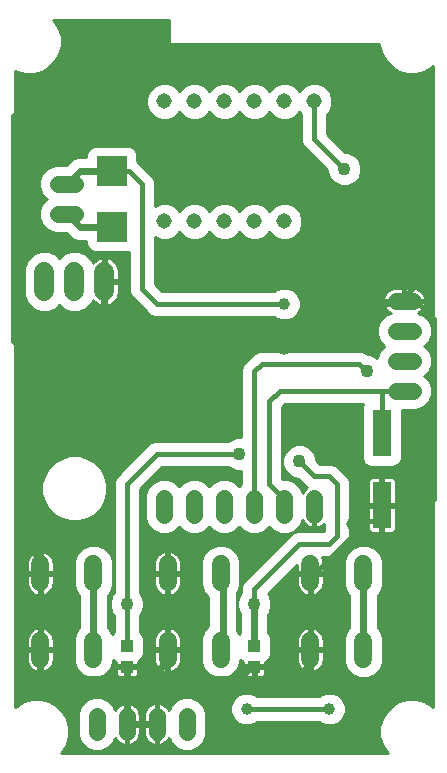
<source format=gbl>
G75*
%MOIN*%
%OFA0B0*%
%FSLAX25Y25*%
%IPPOS*%
%LPD*%
%AMOC8*
5,1,8,0,0,1.08239X$1,22.5*
%
%ADD10C,0.05600*%
%ADD11C,0.06000*%
%ADD12R,0.04252X0.04134*%
%ADD13C,0.05150*%
%ADD14C,0.06600*%
%ADD15R,0.10000X0.10000*%
%ADD16R,0.06299X0.15748*%
%ADD17C,0.01000*%
%ADD18C,0.04356*%
%ADD19C,0.01600*%
%ADD20C,0.02400*%
%ADD21C,0.03962*%
%ADD22C,0.01200*%
D10*
X0034300Y0014000D02*
X0034300Y0019600D01*
X0044300Y0019600D02*
X0044300Y0014000D01*
X0054300Y0014000D02*
X0054300Y0019600D01*
X0064300Y0019600D02*
X0064300Y0014000D01*
X0066800Y0086500D02*
X0066800Y0092100D01*
X0056800Y0092100D02*
X0056800Y0086500D01*
X0076800Y0086500D02*
X0076800Y0092100D01*
X0086800Y0092100D02*
X0086800Y0086500D01*
X0096800Y0086500D02*
X0096800Y0092100D01*
X0106800Y0092100D02*
X0106800Y0086500D01*
X0134000Y0127800D02*
X0139600Y0127800D01*
X0139600Y0137800D02*
X0134000Y0137800D01*
X0134000Y0147800D02*
X0139600Y0147800D01*
X0139600Y0157800D02*
X0134000Y0157800D01*
X0027100Y0186800D02*
X0021500Y0186800D01*
X0021500Y0196800D02*
X0027100Y0196800D01*
D11*
X0033200Y0070100D02*
X0033200Y0064100D01*
X0033200Y0044500D02*
X0033200Y0038500D01*
X0015400Y0038500D02*
X0015400Y0044500D01*
X0015400Y0064100D02*
X0015400Y0070100D01*
X0057900Y0070100D02*
X0057900Y0064100D01*
X0057900Y0044500D02*
X0057900Y0038500D01*
X0075700Y0038500D02*
X0075700Y0044500D01*
X0075700Y0064100D02*
X0075700Y0070100D01*
X0105400Y0070100D02*
X0105400Y0064100D01*
X0105400Y0044500D02*
X0105400Y0038500D01*
X0123200Y0038500D02*
X0123200Y0044500D01*
X0123200Y0064100D02*
X0123200Y0070100D01*
D12*
X0086800Y0042745D03*
X0086800Y0035855D03*
X0044300Y0035855D03*
X0044300Y0042745D03*
D13*
X0056800Y0184300D03*
X0066800Y0184300D03*
X0076800Y0184300D03*
X0086800Y0184300D03*
X0096800Y0184300D03*
X0096800Y0224300D03*
X0106800Y0224300D03*
X0086800Y0224300D03*
X0076800Y0224300D03*
X0066800Y0224300D03*
X0056800Y0224300D03*
D14*
X0036800Y0167600D02*
X0036800Y0161000D01*
X0026800Y0161000D02*
X0026800Y0167600D01*
X0016800Y0167600D02*
X0016800Y0161000D01*
D15*
X0039300Y0182550D03*
X0039300Y0201050D03*
D16*
X0129300Y0113808D03*
X0129300Y0089792D03*
D17*
X0007100Y0022372D02*
X0007100Y0234544D01*
X0007632Y0234237D01*
X0010378Y0233501D01*
X0013222Y0233501D01*
X0015968Y0234237D01*
X0018431Y0235658D01*
X0020442Y0237669D01*
X0021863Y0240132D01*
X0022599Y0242878D01*
X0022599Y0245722D01*
X0021863Y0248468D01*
X0020442Y0250931D01*
X0019872Y0251500D01*
X0058300Y0251500D01*
X0058300Y0243886D01*
X0058886Y0243300D01*
X0128501Y0243300D01*
X0128501Y0242878D01*
X0129237Y0240132D01*
X0130658Y0237669D01*
X0132669Y0235658D01*
X0135132Y0234237D01*
X0137878Y0233501D01*
X0140722Y0233501D01*
X0143468Y0234237D01*
X0145931Y0235658D01*
X0146500Y0236228D01*
X0146500Y0022372D01*
X0145931Y0022942D01*
X0143468Y0024363D01*
X0140722Y0025099D01*
X0137878Y0025099D01*
X0135132Y0024363D01*
X0132669Y0022942D01*
X0130658Y0020931D01*
X0129237Y0018468D01*
X0128501Y0015722D01*
X0128501Y0012878D01*
X0129237Y0010132D01*
X0130658Y0007669D01*
X0131228Y0007100D01*
X0022372Y0007100D01*
X0022942Y0007669D01*
X0024363Y0010132D01*
X0025099Y0012878D01*
X0025099Y0015722D01*
X0024363Y0018468D01*
X0022942Y0020931D01*
X0020931Y0022942D01*
X0018468Y0024363D01*
X0015722Y0025099D01*
X0012878Y0025099D01*
X0010132Y0024363D01*
X0007669Y0022942D01*
X0007100Y0022372D01*
X0007100Y0022769D02*
X0007496Y0022769D01*
X0007100Y0023767D02*
X0009099Y0023767D01*
X0007100Y0024766D02*
X0011634Y0024766D01*
X0007100Y0025764D02*
X0032719Y0025764D01*
X0033047Y0025900D02*
X0030731Y0024941D01*
X0028959Y0023169D01*
X0028000Y0020853D01*
X0028000Y0012747D01*
X0028959Y0010431D01*
X0030731Y0008659D01*
X0033047Y0007700D01*
X0035553Y0007700D01*
X0037869Y0008659D01*
X0039641Y0010431D01*
X0040381Y0012219D01*
X0040622Y0011746D01*
X0041020Y0011199D01*
X0041499Y0010720D01*
X0042046Y0010322D01*
X0042649Y0010015D01*
X0043293Y0009806D01*
X0043900Y0009710D01*
X0043900Y0016400D01*
X0044700Y0016400D01*
X0044700Y0017200D01*
X0043900Y0017200D01*
X0043900Y0023890D01*
X0043293Y0023794D01*
X0042649Y0023585D01*
X0042046Y0023278D01*
X0041499Y0022880D01*
X0041020Y0022401D01*
X0040622Y0021854D01*
X0040381Y0021381D01*
X0039641Y0023169D01*
X0037869Y0024941D01*
X0035553Y0025900D01*
X0033047Y0025900D01*
X0030556Y0024766D02*
X0016966Y0024766D01*
X0019501Y0023767D02*
X0029558Y0023767D01*
X0028793Y0022769D02*
X0021104Y0022769D01*
X0022102Y0021770D02*
X0028380Y0021770D01*
X0028000Y0020772D02*
X0023033Y0020772D01*
X0023610Y0019773D02*
X0028000Y0019773D01*
X0028000Y0018775D02*
X0024186Y0018775D01*
X0024549Y0017776D02*
X0028000Y0017776D01*
X0028000Y0016778D02*
X0024816Y0016778D01*
X0025084Y0015779D02*
X0028000Y0015779D01*
X0028000Y0014781D02*
X0025099Y0014781D01*
X0025099Y0013782D02*
X0028000Y0013782D01*
X0028000Y0012784D02*
X0025074Y0012784D01*
X0024806Y0011785D02*
X0028398Y0011785D01*
X0028812Y0010787D02*
X0024539Y0010787D01*
X0024165Y0009788D02*
X0029602Y0009788D01*
X0030601Y0008790D02*
X0023588Y0008790D01*
X0023012Y0007791D02*
X0032827Y0007791D01*
X0035773Y0007791D02*
X0062827Y0007791D01*
X0063047Y0007700D02*
X0065553Y0007700D01*
X0067869Y0008659D01*
X0069641Y0010431D01*
X0070600Y0012747D01*
X0070600Y0020853D01*
X0069641Y0023169D01*
X0067869Y0024941D01*
X0065553Y0025900D01*
X0063047Y0025900D01*
X0060731Y0024941D01*
X0058959Y0023169D01*
X0058219Y0021381D01*
X0057978Y0021854D01*
X0057580Y0022401D01*
X0057101Y0022880D01*
X0056554Y0023278D01*
X0055951Y0023585D01*
X0055307Y0023794D01*
X0054700Y0023890D01*
X0054700Y0017200D01*
X0053900Y0017200D01*
X0053900Y0023890D01*
X0053293Y0023794D01*
X0052649Y0023585D01*
X0052046Y0023278D01*
X0051499Y0022880D01*
X0051020Y0022401D01*
X0050622Y0021854D01*
X0050315Y0021251D01*
X0050106Y0020607D01*
X0050000Y0019938D01*
X0050000Y0017200D01*
X0053900Y0017200D01*
X0053900Y0016400D01*
X0054700Y0016400D01*
X0054700Y0009710D01*
X0055307Y0009806D01*
X0055951Y0010015D01*
X0056554Y0010322D01*
X0057101Y0010720D01*
X0057580Y0011199D01*
X0057978Y0011746D01*
X0058219Y0012219D01*
X0058959Y0010431D01*
X0060731Y0008659D01*
X0063047Y0007700D01*
X0065773Y0007791D02*
X0130588Y0007791D01*
X0130012Y0008790D02*
X0067999Y0008790D01*
X0068998Y0009788D02*
X0129435Y0009788D01*
X0129061Y0010787D02*
X0069788Y0010787D01*
X0070202Y0011785D02*
X0128794Y0011785D01*
X0128526Y0012784D02*
X0070600Y0012784D01*
X0070600Y0013782D02*
X0128501Y0013782D01*
X0128501Y0014781D02*
X0070600Y0014781D01*
X0070600Y0015779D02*
X0128516Y0015779D01*
X0128784Y0016778D02*
X0113998Y0016778D01*
X0114905Y0017153D02*
X0116447Y0018695D01*
X0117281Y0020710D01*
X0117281Y0022890D01*
X0116447Y0024905D01*
X0114905Y0026447D01*
X0112890Y0027281D01*
X0110710Y0027281D01*
X0108695Y0026447D01*
X0108349Y0026100D01*
X0087751Y0026100D01*
X0087405Y0026447D01*
X0085390Y0027281D01*
X0083210Y0027281D01*
X0081195Y0026447D01*
X0079653Y0024905D01*
X0078819Y0022890D01*
X0078819Y0020710D01*
X0079653Y0018695D01*
X0081195Y0017153D01*
X0083210Y0016319D01*
X0085390Y0016319D01*
X0087405Y0017153D01*
X0087751Y0017500D01*
X0108349Y0017500D01*
X0108695Y0017153D01*
X0110710Y0016319D01*
X0112890Y0016319D01*
X0114905Y0017153D01*
X0115528Y0017776D02*
X0129051Y0017776D01*
X0129414Y0018775D02*
X0116480Y0018775D01*
X0116893Y0019773D02*
X0129990Y0019773D01*
X0130567Y0020772D02*
X0117281Y0020772D01*
X0117281Y0021770D02*
X0131498Y0021770D01*
X0132496Y0022769D02*
X0117281Y0022769D01*
X0116918Y0023767D02*
X0134099Y0023767D01*
X0136634Y0024766D02*
X0116504Y0024766D01*
X0115587Y0025764D02*
X0146500Y0025764D01*
X0146500Y0024766D02*
X0141966Y0024766D01*
X0144501Y0023767D02*
X0146500Y0023767D01*
X0146500Y0022769D02*
X0146104Y0022769D01*
X0146500Y0026763D02*
X0114142Y0026763D01*
X0109458Y0026763D02*
X0086642Y0026763D01*
X0086300Y0032288D02*
X0084477Y0032288D01*
X0084095Y0032390D01*
X0083753Y0032588D01*
X0083474Y0032867D01*
X0083276Y0033209D01*
X0083174Y0033591D01*
X0083174Y0035355D01*
X0086300Y0035355D01*
X0087300Y0035355D01*
X0087300Y0032288D01*
X0089123Y0032288D01*
X0089505Y0032390D01*
X0089847Y0032588D01*
X0090126Y0032867D01*
X0090324Y0033209D01*
X0090426Y0033591D01*
X0090426Y0035355D01*
X0087300Y0035355D01*
X0087300Y0036355D01*
X0090426Y0036355D01*
X0090426Y0037511D01*
X0090909Y0037711D01*
X0091893Y0038695D01*
X0092426Y0039982D01*
X0092426Y0045508D01*
X0091893Y0046794D01*
X0091500Y0047188D01*
X0091500Y0053470D01*
X0091614Y0053584D01*
X0092478Y0055671D01*
X0092478Y0057929D01*
X0091614Y0060016D01*
X0091355Y0060274D01*
X0100900Y0069819D01*
X0100900Y0067600D01*
X0104900Y0067600D01*
X0104900Y0066600D01*
X0105900Y0066600D01*
X0105900Y0067600D01*
X0109900Y0067600D01*
X0109900Y0070454D01*
X0109789Y0071154D01*
X0109570Y0071827D01*
X0109249Y0072459D01*
X0109219Y0072500D01*
X0112655Y0072500D01*
X0114236Y0073155D01*
X0117945Y0076864D01*
X0118600Y0078445D01*
X0118600Y0097655D01*
X0117945Y0099236D01*
X0114236Y0102945D01*
X0112655Y0103600D01*
X0108581Y0103600D01*
X0107478Y0104703D01*
X0107478Y0105429D01*
X0106614Y0107516D01*
X0105016Y0109114D01*
X0102929Y0109978D01*
X0100671Y0109978D01*
X0098584Y0109114D01*
X0096986Y0107516D01*
X0096122Y0105429D01*
X0096122Y0103171D01*
X0096986Y0101084D01*
X0098584Y0099486D01*
X0100671Y0098622D01*
X0101397Y0098622D01*
X0103155Y0096864D01*
X0104364Y0095655D01*
X0104372Y0095651D01*
X0103999Y0095380D01*
X0103520Y0094901D01*
X0103122Y0094354D01*
X0102881Y0093881D01*
X0102141Y0095669D01*
X0100369Y0097441D01*
X0098053Y0098400D01*
X0096281Y0098400D01*
X0096100Y0098581D01*
X0096100Y0122519D01*
X0097081Y0123500D01*
X0123115Y0123500D01*
X0122650Y0122378D01*
X0122650Y0105238D01*
X0123183Y0103951D01*
X0124168Y0102967D01*
X0125454Y0102434D01*
X0133146Y0102434D01*
X0134432Y0102967D01*
X0135417Y0103951D01*
X0135950Y0105238D01*
X0135950Y0121500D01*
X0140853Y0121500D01*
X0143169Y0122459D01*
X0144941Y0124231D01*
X0145900Y0126547D01*
X0145900Y0129053D01*
X0144941Y0131369D01*
X0143510Y0132800D01*
X0144941Y0134231D01*
X0145900Y0136547D01*
X0145900Y0139053D01*
X0144941Y0141369D01*
X0143510Y0142800D01*
X0144941Y0144231D01*
X0145900Y0146547D01*
X0145900Y0149053D01*
X0144941Y0151369D01*
X0143169Y0153141D01*
X0141381Y0153881D01*
X0141854Y0154122D01*
X0142401Y0154520D01*
X0142880Y0154999D01*
X0143278Y0155546D01*
X0143585Y0156149D01*
X0143794Y0156793D01*
X0143890Y0157400D01*
X0137200Y0157400D01*
X0137200Y0158200D01*
X0136400Y0158200D01*
X0136400Y0162100D01*
X0133662Y0162100D01*
X0132993Y0161994D01*
X0132349Y0161785D01*
X0131746Y0161478D01*
X0131199Y0161080D01*
X0130720Y0160601D01*
X0130322Y0160054D01*
X0130015Y0159451D01*
X0129806Y0158807D01*
X0129710Y0158200D01*
X0136400Y0158200D01*
X0136400Y0157400D01*
X0129710Y0157400D01*
X0129806Y0156793D01*
X0130015Y0156149D01*
X0130322Y0155546D01*
X0130720Y0154999D01*
X0131199Y0154520D01*
X0131746Y0154122D01*
X0132219Y0153881D01*
X0130431Y0153141D01*
X0128659Y0151369D01*
X0127700Y0149053D01*
X0127700Y0146547D01*
X0128659Y0144231D01*
X0130090Y0142800D01*
X0128659Y0141369D01*
X0127700Y0139053D01*
X0127700Y0138930D01*
X0127516Y0139114D01*
X0125429Y0139978D01*
X0124703Y0139978D01*
X0124236Y0140445D01*
X0122655Y0141100D01*
X0088445Y0141100D01*
X0086864Y0140445D01*
X0083155Y0136736D01*
X0082500Y0135155D01*
X0082500Y0112478D01*
X0080671Y0112478D01*
X0078584Y0111614D01*
X0078070Y0111100D01*
X0053445Y0111100D01*
X0051864Y0110445D01*
X0040655Y0099236D01*
X0040000Y0097655D01*
X0040000Y0060530D01*
X0039486Y0060016D01*
X0038622Y0057929D01*
X0038622Y0055671D01*
X0039486Y0053584D01*
X0040000Y0053070D01*
X0040000Y0047588D01*
X0039262Y0046850D01*
X0038710Y0048182D01*
X0037900Y0048992D01*
X0037900Y0059608D01*
X0038710Y0060418D01*
X0039700Y0062807D01*
X0039700Y0071393D01*
X0038710Y0073782D01*
X0036882Y0075610D01*
X0034493Y0076600D01*
X0031907Y0076600D01*
X0029518Y0075610D01*
X0027690Y0073782D01*
X0026700Y0071393D01*
X0026700Y0062807D01*
X0027690Y0060418D01*
X0028500Y0059608D01*
X0028500Y0048992D01*
X0027690Y0048182D01*
X0026700Y0045793D01*
X0026700Y0037207D01*
X0027690Y0034818D01*
X0029518Y0032990D01*
X0031907Y0032000D01*
X0034493Y0032000D01*
X0036882Y0032990D01*
X0038710Y0034818D01*
X0039700Y0037207D01*
X0039700Y0038202D01*
X0040191Y0037711D01*
X0040674Y0037511D01*
X0040674Y0036355D01*
X0043800Y0036355D01*
X0043800Y0035355D01*
X0044800Y0035355D01*
X0044800Y0032288D01*
X0046623Y0032288D01*
X0047005Y0032390D01*
X0047347Y0032588D01*
X0047626Y0032867D01*
X0047824Y0033209D01*
X0047926Y0033591D01*
X0047926Y0035355D01*
X0044800Y0035355D01*
X0044800Y0036355D01*
X0047926Y0036355D01*
X0047926Y0037511D01*
X0048409Y0037711D01*
X0049393Y0038695D01*
X0049926Y0039982D01*
X0049926Y0045508D01*
X0049393Y0046794D01*
X0048600Y0047588D01*
X0048600Y0053070D01*
X0049114Y0053584D01*
X0049978Y0055671D01*
X0049978Y0057929D01*
X0049114Y0060016D01*
X0048600Y0060530D01*
X0048600Y0095019D01*
X0056081Y0102500D01*
X0078070Y0102500D01*
X0078584Y0101986D01*
X0080671Y0101122D01*
X0082500Y0101122D01*
X0082500Y0096710D01*
X0081800Y0096010D01*
X0080369Y0097441D01*
X0078053Y0098400D01*
X0075547Y0098400D01*
X0073231Y0097441D01*
X0071800Y0096010D01*
X0070369Y0097441D01*
X0068053Y0098400D01*
X0065547Y0098400D01*
X0063231Y0097441D01*
X0061800Y0096010D01*
X0060369Y0097441D01*
X0058053Y0098400D01*
X0055547Y0098400D01*
X0053231Y0097441D01*
X0051459Y0095669D01*
X0050500Y0093353D01*
X0050500Y0085247D01*
X0051459Y0082931D01*
X0053231Y0081159D01*
X0055547Y0080200D01*
X0058053Y0080200D01*
X0060369Y0081159D01*
X0061800Y0082590D01*
X0063231Y0081159D01*
X0065547Y0080200D01*
X0068053Y0080200D01*
X0070369Y0081159D01*
X0071800Y0082590D01*
X0073231Y0081159D01*
X0075547Y0080200D01*
X0078053Y0080200D01*
X0080369Y0081159D01*
X0081800Y0082590D01*
X0083231Y0081159D01*
X0085547Y0080200D01*
X0088053Y0080200D01*
X0090369Y0081159D01*
X0091800Y0082590D01*
X0093231Y0081159D01*
X0095547Y0080200D01*
X0098053Y0080200D01*
X0100369Y0081159D01*
X0102141Y0082931D01*
X0102881Y0084719D01*
X0103122Y0084246D01*
X0103520Y0083699D01*
X0103999Y0083220D01*
X0104546Y0082822D01*
X0105149Y0082515D01*
X0105793Y0082306D01*
X0106400Y0082210D01*
X0106400Y0088900D01*
X0107200Y0088900D01*
X0107200Y0082210D01*
X0107807Y0082306D01*
X0108451Y0082515D01*
X0109054Y0082822D01*
X0109601Y0083220D01*
X0110000Y0083619D01*
X0110000Y0081100D01*
X0100945Y0081100D01*
X0099364Y0080445D01*
X0083155Y0064236D01*
X0082500Y0062655D01*
X0082500Y0060530D01*
X0081986Y0060016D01*
X0081122Y0057929D01*
X0081122Y0055671D01*
X0081986Y0053584D01*
X0082100Y0053470D01*
X0082100Y0047188D01*
X0081762Y0046850D01*
X0081210Y0048182D01*
X0080946Y0048446D01*
X0080946Y0060154D01*
X0081210Y0060418D01*
X0082200Y0062807D01*
X0082200Y0071393D01*
X0081210Y0073782D01*
X0079382Y0075610D01*
X0076993Y0076600D01*
X0074407Y0076600D01*
X0072018Y0075610D01*
X0070190Y0073782D01*
X0069200Y0071393D01*
X0069200Y0062807D01*
X0070190Y0060418D01*
X0071546Y0059061D01*
X0071546Y0049539D01*
X0070190Y0048182D01*
X0069200Y0045793D01*
X0069200Y0037207D01*
X0070190Y0034818D01*
X0072018Y0032990D01*
X0074407Y0032000D01*
X0076993Y0032000D01*
X0079382Y0032990D01*
X0081210Y0034818D01*
X0082200Y0037207D01*
X0082200Y0038202D01*
X0082691Y0037711D01*
X0083174Y0037511D01*
X0083174Y0036355D01*
X0086300Y0036355D01*
X0086300Y0035355D01*
X0086300Y0032288D01*
X0086300Y0032754D02*
X0087300Y0032754D01*
X0087300Y0033752D02*
X0086300Y0033752D01*
X0086300Y0034751D02*
X0087300Y0034751D01*
X0087300Y0035749D02*
X0101836Y0035749D01*
X0101968Y0035568D02*
X0102468Y0035068D01*
X0103041Y0034651D01*
X0103673Y0034330D01*
X0104346Y0034111D01*
X0104900Y0034023D01*
X0104900Y0041000D01*
X0100900Y0041000D01*
X0100900Y0038146D01*
X0101011Y0037446D01*
X0101230Y0036773D01*
X0101551Y0036141D01*
X0101968Y0035568D01*
X0102904Y0034751D02*
X0090426Y0034751D01*
X0090426Y0033752D02*
X0118755Y0033752D01*
X0119518Y0032990D02*
X0121907Y0032000D01*
X0124493Y0032000D01*
X0126882Y0032990D01*
X0128710Y0034818D01*
X0129700Y0037207D01*
X0129700Y0045793D01*
X0128710Y0048182D01*
X0127900Y0048992D01*
X0127900Y0059608D01*
X0128710Y0060418D01*
X0129700Y0062807D01*
X0129700Y0071393D01*
X0128710Y0073782D01*
X0126882Y0075610D01*
X0124493Y0076600D01*
X0121907Y0076600D01*
X0119518Y0075610D01*
X0117690Y0073782D01*
X0116700Y0071393D01*
X0116700Y0062807D01*
X0117690Y0060418D01*
X0118500Y0059608D01*
X0118500Y0048992D01*
X0117690Y0048182D01*
X0116700Y0045793D01*
X0116700Y0037207D01*
X0117690Y0034818D01*
X0119518Y0032990D01*
X0120087Y0032754D02*
X0090013Y0032754D01*
X0090426Y0036748D02*
X0101242Y0036748D01*
X0100963Y0037746D02*
X0090944Y0037746D01*
X0091914Y0038745D02*
X0100900Y0038745D01*
X0100900Y0039743D02*
X0092327Y0039743D01*
X0092426Y0040742D02*
X0100900Y0040742D01*
X0100900Y0042000D02*
X0104900Y0042000D01*
X0104900Y0048977D01*
X0104346Y0048889D01*
X0103673Y0048670D01*
X0103041Y0048349D01*
X0102468Y0047932D01*
X0101968Y0047432D01*
X0101551Y0046859D01*
X0101230Y0046227D01*
X0101011Y0045554D01*
X0100900Y0044854D01*
X0100900Y0042000D01*
X0100900Y0042739D02*
X0092426Y0042739D01*
X0092426Y0043737D02*
X0100900Y0043737D01*
X0100900Y0044736D02*
X0092426Y0044736D01*
X0092332Y0045734D02*
X0101070Y0045734D01*
X0101487Y0046733D02*
X0091919Y0046733D01*
X0091500Y0047732D02*
X0102268Y0047732D01*
X0103856Y0048730D02*
X0091500Y0048730D01*
X0091500Y0049729D02*
X0118500Y0049729D01*
X0118500Y0050727D02*
X0091500Y0050727D01*
X0091500Y0051726D02*
X0118500Y0051726D01*
X0118500Y0052724D02*
X0091500Y0052724D01*
X0091671Y0053723D02*
X0118500Y0053723D01*
X0118500Y0054721D02*
X0092085Y0054721D01*
X0092478Y0055720D02*
X0118500Y0055720D01*
X0118500Y0056718D02*
X0092478Y0056718D01*
X0092478Y0057717D02*
X0118500Y0057717D01*
X0118500Y0058715D02*
X0092152Y0058715D01*
X0091739Y0059714D02*
X0104337Y0059714D01*
X0104346Y0059711D02*
X0104900Y0059623D01*
X0104900Y0066600D01*
X0100900Y0066600D01*
X0100900Y0063746D01*
X0101011Y0063046D01*
X0101230Y0062373D01*
X0101551Y0061741D01*
X0101968Y0061168D01*
X0102468Y0060668D01*
X0103041Y0060251D01*
X0103673Y0059930D01*
X0104346Y0059711D01*
X0104900Y0059714D02*
X0105900Y0059714D01*
X0105900Y0059623D02*
X0106454Y0059711D01*
X0107127Y0059930D01*
X0107759Y0060251D01*
X0108332Y0060668D01*
X0108832Y0061168D01*
X0109249Y0061741D01*
X0109570Y0062373D01*
X0109789Y0063046D01*
X0109900Y0063746D01*
X0109900Y0066600D01*
X0105900Y0066600D01*
X0105900Y0059623D01*
X0106463Y0059714D02*
X0118394Y0059714D01*
X0117568Y0060712D02*
X0108376Y0060712D01*
X0109226Y0061711D02*
X0117154Y0061711D01*
X0116741Y0062709D02*
X0109680Y0062709D01*
X0109894Y0063708D02*
X0116700Y0063708D01*
X0116700Y0064706D02*
X0109900Y0064706D01*
X0109900Y0065705D02*
X0116700Y0065705D01*
X0116700Y0066703D02*
X0105900Y0066703D01*
X0105900Y0065705D02*
X0104900Y0065705D01*
X0104900Y0066703D02*
X0097784Y0066703D01*
X0096786Y0065705D02*
X0100900Y0065705D01*
X0100900Y0064706D02*
X0095787Y0064706D01*
X0094789Y0063708D02*
X0100906Y0063708D01*
X0101120Y0062709D02*
X0093790Y0062709D01*
X0092792Y0061711D02*
X0101574Y0061711D01*
X0102424Y0060712D02*
X0091793Y0060712D01*
X0086621Y0067702D02*
X0082200Y0067702D01*
X0082200Y0068700D02*
X0087619Y0068700D01*
X0088618Y0069699D02*
X0082200Y0069699D01*
X0082200Y0070697D02*
X0089616Y0070697D01*
X0090615Y0071696D02*
X0082075Y0071696D01*
X0081661Y0072694D02*
X0091613Y0072694D01*
X0092612Y0073693D02*
X0081247Y0073693D01*
X0080301Y0074691D02*
X0093610Y0074691D01*
X0094609Y0075690D02*
X0079190Y0075690D01*
X0079218Y0080682D02*
X0084382Y0080682D01*
X0082710Y0081681D02*
X0080890Y0081681D01*
X0074382Y0080682D02*
X0069218Y0080682D01*
X0070890Y0081681D02*
X0072710Y0081681D01*
X0072210Y0075690D02*
X0048600Y0075690D01*
X0048600Y0076688D02*
X0095607Y0076688D01*
X0096606Y0077687D02*
X0048600Y0077687D01*
X0048600Y0078685D02*
X0097604Y0078685D01*
X0098603Y0079684D02*
X0048600Y0079684D01*
X0048600Y0080682D02*
X0054382Y0080682D01*
X0052710Y0081681D02*
X0048600Y0081681D01*
X0048600Y0082679D02*
X0051711Y0082679D01*
X0051150Y0083678D02*
X0048600Y0083678D01*
X0048600Y0084676D02*
X0050736Y0084676D01*
X0050500Y0085675D02*
X0048600Y0085675D01*
X0048600Y0086673D02*
X0050500Y0086673D01*
X0050500Y0087672D02*
X0048600Y0087672D01*
X0048600Y0088670D02*
X0050500Y0088670D01*
X0050500Y0089669D02*
X0048600Y0089669D01*
X0048600Y0090668D02*
X0050500Y0090668D01*
X0050500Y0091666D02*
X0048600Y0091666D01*
X0048600Y0092665D02*
X0050500Y0092665D01*
X0050628Y0093663D02*
X0048600Y0093663D01*
X0048600Y0094662D02*
X0051042Y0094662D01*
X0051456Y0095660D02*
X0049241Y0095660D01*
X0050240Y0096659D02*
X0052449Y0096659D01*
X0051238Y0097657D02*
X0053753Y0097657D01*
X0052237Y0098656D02*
X0082500Y0098656D01*
X0082500Y0099654D02*
X0053235Y0099654D01*
X0054234Y0100653D02*
X0082500Y0100653D01*
X0082500Y0097657D02*
X0079847Y0097657D01*
X0081151Y0096659D02*
X0082449Y0096659D01*
X0079393Y0101651D02*
X0055232Y0101651D01*
X0059847Y0097657D02*
X0063753Y0097657D01*
X0062449Y0096659D02*
X0061151Y0096659D01*
X0052329Y0110638D02*
X0007100Y0110638D01*
X0007100Y0111636D02*
X0078639Y0111636D01*
X0082500Y0112635D02*
X0007100Y0112635D01*
X0007100Y0113633D02*
X0082500Y0113633D01*
X0082500Y0114632D02*
X0007100Y0114632D01*
X0007100Y0115630D02*
X0082500Y0115630D01*
X0082500Y0116629D02*
X0007100Y0116629D01*
X0007100Y0117627D02*
X0082500Y0117627D01*
X0082500Y0118626D02*
X0007100Y0118626D01*
X0007100Y0119624D02*
X0082500Y0119624D01*
X0082500Y0120623D02*
X0007100Y0120623D01*
X0007100Y0121621D02*
X0082500Y0121621D01*
X0082500Y0122620D02*
X0007100Y0122620D01*
X0007100Y0123618D02*
X0082500Y0123618D01*
X0082500Y0124617D02*
X0007100Y0124617D01*
X0007100Y0125615D02*
X0082500Y0125615D01*
X0082500Y0126614D02*
X0007100Y0126614D01*
X0007100Y0127612D02*
X0082500Y0127612D01*
X0082500Y0128611D02*
X0007100Y0128611D01*
X0007100Y0129609D02*
X0082500Y0129609D01*
X0082500Y0130608D02*
X0007100Y0130608D01*
X0007100Y0131606D02*
X0082500Y0131606D01*
X0082500Y0132605D02*
X0007100Y0132605D01*
X0007100Y0133603D02*
X0082500Y0133603D01*
X0082500Y0134602D02*
X0007100Y0134602D01*
X0007100Y0135601D02*
X0082684Y0135601D01*
X0083098Y0136599D02*
X0007100Y0136599D01*
X0007100Y0137598D02*
X0084016Y0137598D01*
X0085015Y0138596D02*
X0007100Y0138596D01*
X0007100Y0139595D02*
X0086013Y0139595D01*
X0087221Y0140593D02*
X0007100Y0140593D01*
X0007100Y0141592D02*
X0128882Y0141592D01*
X0128338Y0140593D02*
X0123879Y0140593D01*
X0126355Y0139595D02*
X0127924Y0139595D01*
X0129881Y0142590D02*
X0007100Y0142590D01*
X0007100Y0143589D02*
X0129302Y0143589D01*
X0128512Y0144587D02*
X0007100Y0144587D01*
X0007100Y0145586D02*
X0128098Y0145586D01*
X0127700Y0146584D02*
X0007100Y0146584D01*
X0007100Y0147583D02*
X0127700Y0147583D01*
X0127700Y0148581D02*
X0007100Y0148581D01*
X0007100Y0149580D02*
X0127918Y0149580D01*
X0128332Y0150578D02*
X0007100Y0150578D01*
X0007100Y0151577D02*
X0095087Y0151577D01*
X0095710Y0151319D02*
X0093695Y0152153D01*
X0093349Y0152500D01*
X0053445Y0152500D01*
X0051864Y0153155D01*
X0050655Y0154364D01*
X0045655Y0159364D01*
X0045000Y0160945D01*
X0045000Y0174052D01*
X0044996Y0174050D01*
X0033604Y0174050D01*
X0032317Y0174583D01*
X0031333Y0175567D01*
X0030800Y0176854D01*
X0030800Y0177850D01*
X0027615Y0177850D01*
X0025888Y0178566D01*
X0023953Y0180500D01*
X0020247Y0180500D01*
X0017931Y0181459D01*
X0016159Y0183231D01*
X0015200Y0185547D01*
X0015200Y0188053D01*
X0016159Y0190369D01*
X0017590Y0191800D01*
X0016159Y0193231D01*
X0015200Y0195547D01*
X0015200Y0198053D01*
X0016159Y0200369D01*
X0017931Y0202141D01*
X0020247Y0203100D01*
X0023953Y0203100D01*
X0025888Y0205034D01*
X0027615Y0205750D01*
X0030800Y0205750D01*
X0030800Y0206746D01*
X0031333Y0208033D01*
X0032317Y0209017D01*
X0033604Y0209550D01*
X0044996Y0209550D01*
X0046283Y0209017D01*
X0047267Y0208033D01*
X0047800Y0206746D01*
X0047800Y0204381D01*
X0051736Y0200445D01*
X0052945Y0199236D01*
X0053600Y0197655D01*
X0053600Y0189550D01*
X0055592Y0190375D01*
X0058008Y0190375D01*
X0060241Y0189450D01*
X0061800Y0187891D01*
X0063359Y0189450D01*
X0065592Y0190375D01*
X0068008Y0190375D01*
X0070241Y0189450D01*
X0071800Y0187891D01*
X0073359Y0189450D01*
X0075592Y0190375D01*
X0078008Y0190375D01*
X0080241Y0189450D01*
X0081800Y0187891D01*
X0083359Y0189450D01*
X0085592Y0190375D01*
X0088008Y0190375D01*
X0090241Y0189450D01*
X0091800Y0187891D01*
X0093359Y0189450D01*
X0095592Y0190375D01*
X0098008Y0190375D01*
X0100241Y0189450D01*
X0101950Y0187741D01*
X0102875Y0185508D01*
X0102875Y0183092D01*
X0101950Y0180859D01*
X0100241Y0179150D01*
X0098008Y0178225D01*
X0095592Y0178225D01*
X0093359Y0179150D01*
X0091800Y0180709D01*
X0090241Y0179150D01*
X0088008Y0178225D01*
X0085592Y0178225D01*
X0083359Y0179150D01*
X0081800Y0180709D01*
X0080241Y0179150D01*
X0078008Y0178225D01*
X0075592Y0178225D01*
X0073359Y0179150D01*
X0071800Y0180709D01*
X0070241Y0179150D01*
X0068008Y0178225D01*
X0065592Y0178225D01*
X0063359Y0179150D01*
X0061800Y0180709D01*
X0060241Y0179150D01*
X0058008Y0178225D01*
X0055592Y0178225D01*
X0053600Y0179050D01*
X0053600Y0163581D01*
X0056081Y0161100D01*
X0093349Y0161100D01*
X0093695Y0161447D01*
X0095710Y0162281D01*
X0097890Y0162281D01*
X0099905Y0161447D01*
X0101447Y0159905D01*
X0102281Y0157890D01*
X0102281Y0155710D01*
X0101447Y0153695D01*
X0099905Y0152153D01*
X0097890Y0151319D01*
X0095710Y0151319D01*
X0098513Y0151577D02*
X0128867Y0151577D01*
X0129866Y0152575D02*
X0100327Y0152575D01*
X0101325Y0153574D02*
X0131476Y0153574D01*
X0131147Y0154572D02*
X0101810Y0154572D01*
X0102224Y0155571D02*
X0130310Y0155571D01*
X0129879Y0156569D02*
X0102281Y0156569D01*
X0102281Y0157568D02*
X0136400Y0157568D01*
X0137200Y0157568D02*
X0146500Y0157568D01*
X0146500Y0158566D02*
X0143832Y0158566D01*
X0143794Y0158807D02*
X0143585Y0159451D01*
X0143278Y0160054D01*
X0142880Y0160601D01*
X0142401Y0161080D01*
X0141854Y0161478D01*
X0141251Y0161785D01*
X0140607Y0161994D01*
X0139938Y0162100D01*
X0137200Y0162100D01*
X0137200Y0158200D01*
X0143890Y0158200D01*
X0143794Y0158807D01*
X0143527Y0159565D02*
X0146500Y0159565D01*
X0146500Y0160563D02*
X0142907Y0160563D01*
X0141689Y0161562D02*
X0146500Y0161562D01*
X0146500Y0162560D02*
X0054621Y0162560D01*
X0055619Y0161562D02*
X0093973Y0161562D01*
X0099627Y0161562D02*
X0131911Y0161562D01*
X0130693Y0160563D02*
X0100788Y0160563D01*
X0101587Y0159565D02*
X0130073Y0159565D01*
X0129768Y0158566D02*
X0102001Y0158566D01*
X0098760Y0178537D02*
X0146500Y0178537D01*
X0146500Y0179535D02*
X0100626Y0179535D01*
X0101625Y0180534D02*
X0146500Y0180534D01*
X0146500Y0181532D02*
X0102229Y0181532D01*
X0102642Y0182531D02*
X0146500Y0182531D01*
X0146500Y0183529D02*
X0102875Y0183529D01*
X0102875Y0184528D02*
X0146500Y0184528D01*
X0146500Y0185526D02*
X0102867Y0185526D01*
X0102454Y0186525D02*
X0146500Y0186525D01*
X0146500Y0187523D02*
X0102040Y0187523D01*
X0101169Y0188522D02*
X0146500Y0188522D01*
X0146500Y0189520D02*
X0100072Y0189520D01*
X0094840Y0178537D02*
X0088760Y0178537D01*
X0090626Y0179535D02*
X0092974Y0179535D01*
X0091975Y0180534D02*
X0091625Y0180534D01*
X0091169Y0188522D02*
X0092431Y0188522D01*
X0093528Y0189520D02*
X0090072Y0189520D01*
X0083528Y0189520D02*
X0080072Y0189520D01*
X0081169Y0188522D02*
X0082431Y0188522D01*
X0081975Y0180534D02*
X0081625Y0180534D01*
X0080626Y0179535D02*
X0082974Y0179535D01*
X0084840Y0178537D02*
X0078760Y0178537D01*
X0074840Y0178537D02*
X0068760Y0178537D01*
X0070626Y0179535D02*
X0072974Y0179535D01*
X0071975Y0180534D02*
X0071625Y0180534D01*
X0071169Y0188522D02*
X0072431Y0188522D01*
X0073528Y0189520D02*
X0070072Y0189520D01*
X0063528Y0189520D02*
X0060072Y0189520D01*
X0061169Y0188522D02*
X0062431Y0188522D01*
X0061975Y0180534D02*
X0061625Y0180534D01*
X0060626Y0179535D02*
X0062974Y0179535D01*
X0064840Y0178537D02*
X0058760Y0178537D01*
X0054840Y0178537D02*
X0053600Y0178537D01*
X0053600Y0177538D02*
X0146500Y0177538D01*
X0146500Y0176539D02*
X0053600Y0176539D01*
X0053600Y0175541D02*
X0146500Y0175541D01*
X0146500Y0174542D02*
X0053600Y0174542D01*
X0053600Y0173544D02*
X0146500Y0173544D01*
X0146500Y0172545D02*
X0053600Y0172545D01*
X0053600Y0171547D02*
X0146500Y0171547D01*
X0146500Y0170548D02*
X0053600Y0170548D01*
X0053600Y0169550D02*
X0146500Y0169550D01*
X0146500Y0168551D02*
X0053600Y0168551D01*
X0053600Y0167553D02*
X0146500Y0167553D01*
X0146500Y0166554D02*
X0053600Y0166554D01*
X0053600Y0165556D02*
X0146500Y0165556D01*
X0146500Y0164557D02*
X0053600Y0164557D01*
X0053622Y0163559D02*
X0146500Y0163559D01*
X0146500Y0156569D02*
X0143721Y0156569D01*
X0143290Y0155571D02*
X0146500Y0155571D01*
X0146500Y0154572D02*
X0142453Y0154572D01*
X0142124Y0153574D02*
X0146500Y0153574D01*
X0146500Y0152575D02*
X0143734Y0152575D01*
X0144733Y0151577D02*
X0146500Y0151577D01*
X0146500Y0150578D02*
X0145268Y0150578D01*
X0145682Y0149580D02*
X0146500Y0149580D01*
X0146500Y0148581D02*
X0145900Y0148581D01*
X0145900Y0147583D02*
X0146500Y0147583D01*
X0146500Y0146584D02*
X0145900Y0146584D01*
X0145502Y0145586D02*
X0146500Y0145586D01*
X0146500Y0144587D02*
X0145088Y0144587D01*
X0144298Y0143589D02*
X0146500Y0143589D01*
X0146500Y0142590D02*
X0143719Y0142590D01*
X0144718Y0141592D02*
X0146500Y0141592D01*
X0146500Y0140593D02*
X0145262Y0140593D01*
X0145676Y0139595D02*
X0146500Y0139595D01*
X0146500Y0138596D02*
X0145900Y0138596D01*
X0145900Y0137598D02*
X0146500Y0137598D01*
X0146500Y0136599D02*
X0145900Y0136599D01*
X0145508Y0135601D02*
X0146500Y0135601D01*
X0146500Y0134602D02*
X0145094Y0134602D01*
X0144313Y0133603D02*
X0146500Y0133603D01*
X0146500Y0132605D02*
X0143705Y0132605D01*
X0144703Y0131606D02*
X0146500Y0131606D01*
X0146500Y0130608D02*
X0145256Y0130608D01*
X0145670Y0129609D02*
X0146500Y0129609D01*
X0146500Y0128611D02*
X0145900Y0128611D01*
X0145900Y0127612D02*
X0146500Y0127612D01*
X0146500Y0126614D02*
X0145900Y0126614D01*
X0145514Y0125615D02*
X0146500Y0125615D01*
X0146500Y0124617D02*
X0145101Y0124617D01*
X0144328Y0123618D02*
X0146500Y0123618D01*
X0146500Y0122620D02*
X0143329Y0122620D01*
X0141146Y0121621D02*
X0146500Y0121621D01*
X0146500Y0120623D02*
X0135950Y0120623D01*
X0135950Y0119624D02*
X0146500Y0119624D01*
X0146500Y0118626D02*
X0135950Y0118626D01*
X0135950Y0117627D02*
X0146500Y0117627D01*
X0146500Y0116629D02*
X0135950Y0116629D01*
X0135950Y0115630D02*
X0146500Y0115630D01*
X0146500Y0114632D02*
X0135950Y0114632D01*
X0135950Y0113633D02*
X0146500Y0113633D01*
X0146500Y0112635D02*
X0135950Y0112635D01*
X0135950Y0111636D02*
X0146500Y0111636D01*
X0146500Y0110638D02*
X0135950Y0110638D01*
X0135950Y0109639D02*
X0146500Y0109639D01*
X0146500Y0108641D02*
X0135950Y0108641D01*
X0135950Y0107642D02*
X0146500Y0107642D01*
X0146500Y0106644D02*
X0135950Y0106644D01*
X0135950Y0105645D02*
X0146500Y0105645D01*
X0146500Y0104647D02*
X0135705Y0104647D01*
X0135114Y0103648D02*
X0146500Y0103648D01*
X0146500Y0102650D02*
X0133667Y0102650D01*
X0132647Y0099166D02*
X0129800Y0099166D01*
X0129800Y0090292D01*
X0133950Y0090292D01*
X0133950Y0097864D01*
X0133847Y0098245D01*
X0133650Y0098587D01*
X0133371Y0098866D01*
X0133029Y0099064D01*
X0132647Y0099166D01*
X0133581Y0098656D02*
X0146500Y0098656D01*
X0146500Y0099654D02*
X0117527Y0099654D01*
X0118186Y0098656D02*
X0125019Y0098656D01*
X0124950Y0098587D02*
X0124753Y0098245D01*
X0124650Y0097864D01*
X0124650Y0090292D01*
X0128800Y0090292D01*
X0128800Y0089292D01*
X0129800Y0089292D01*
X0129800Y0080418D01*
X0132647Y0080418D01*
X0133029Y0080520D01*
X0133371Y0080718D01*
X0133650Y0080997D01*
X0133847Y0081339D01*
X0133950Y0081721D01*
X0133950Y0089292D01*
X0129800Y0089292D01*
X0129800Y0090292D01*
X0128800Y0090292D01*
X0128800Y0099166D01*
X0125953Y0099166D01*
X0125571Y0099064D01*
X0125229Y0098866D01*
X0124950Y0098587D01*
X0124650Y0097657D02*
X0118599Y0097657D01*
X0118600Y0096659D02*
X0124650Y0096659D01*
X0124650Y0095660D02*
X0118600Y0095660D01*
X0118600Y0094662D02*
X0124650Y0094662D01*
X0124650Y0093663D02*
X0118600Y0093663D01*
X0118600Y0092665D02*
X0124650Y0092665D01*
X0124650Y0091666D02*
X0118600Y0091666D01*
X0118600Y0090668D02*
X0124650Y0090668D01*
X0124650Y0089292D02*
X0124650Y0081721D01*
X0124753Y0081339D01*
X0124950Y0080997D01*
X0125229Y0080718D01*
X0125571Y0080520D01*
X0125953Y0080418D01*
X0128800Y0080418D01*
X0128800Y0089292D01*
X0124650Y0089292D01*
X0124650Y0088670D02*
X0118600Y0088670D01*
X0118600Y0087672D02*
X0124650Y0087672D01*
X0124650Y0086673D02*
X0118600Y0086673D01*
X0118600Y0085675D02*
X0124650Y0085675D01*
X0124650Y0084676D02*
X0118600Y0084676D01*
X0118600Y0083678D02*
X0124650Y0083678D01*
X0124650Y0082679D02*
X0118600Y0082679D01*
X0118600Y0081681D02*
X0124661Y0081681D01*
X0125291Y0080682D02*
X0118600Y0080682D01*
X0118600Y0079684D02*
X0146500Y0079684D01*
X0146500Y0080682D02*
X0133309Y0080682D01*
X0133939Y0081681D02*
X0146500Y0081681D01*
X0146500Y0082679D02*
X0133950Y0082679D01*
X0133950Y0083678D02*
X0146500Y0083678D01*
X0146500Y0084676D02*
X0133950Y0084676D01*
X0133950Y0085675D02*
X0146500Y0085675D01*
X0146500Y0086673D02*
X0133950Y0086673D01*
X0133950Y0087672D02*
X0146500Y0087672D01*
X0146500Y0088670D02*
X0133950Y0088670D01*
X0133950Y0090668D02*
X0146500Y0090668D01*
X0146500Y0091666D02*
X0133950Y0091666D01*
X0133950Y0092665D02*
X0146500Y0092665D01*
X0146500Y0093663D02*
X0133950Y0093663D01*
X0133950Y0094662D02*
X0146500Y0094662D01*
X0146500Y0095660D02*
X0133950Y0095660D01*
X0133950Y0096659D02*
X0146500Y0096659D01*
X0146500Y0097657D02*
X0133950Y0097657D01*
X0129800Y0097657D02*
X0128800Y0097657D01*
X0128800Y0096659D02*
X0129800Y0096659D01*
X0129800Y0095660D02*
X0128800Y0095660D01*
X0128800Y0094662D02*
X0129800Y0094662D01*
X0129800Y0093663D02*
X0128800Y0093663D01*
X0128800Y0092665D02*
X0129800Y0092665D01*
X0129800Y0091666D02*
X0128800Y0091666D01*
X0128800Y0090668D02*
X0129800Y0090668D01*
X0129800Y0089669D02*
X0146500Y0089669D01*
X0146500Y0078685D02*
X0118600Y0078685D01*
X0118286Y0077687D02*
X0146500Y0077687D01*
X0146500Y0076688D02*
X0117769Y0076688D01*
X0116771Y0075690D02*
X0119710Y0075690D01*
X0118599Y0074691D02*
X0115772Y0074691D01*
X0114774Y0073693D02*
X0117653Y0073693D01*
X0117239Y0072694D02*
X0113124Y0072694D01*
X0109613Y0071696D02*
X0116825Y0071696D01*
X0116700Y0070697D02*
X0109861Y0070697D01*
X0109900Y0069699D02*
X0116700Y0069699D01*
X0116700Y0068700D02*
X0109900Y0068700D01*
X0109900Y0067702D02*
X0116700Y0067702D01*
X0110000Y0081681D02*
X0100890Y0081681D01*
X0099937Y0080682D02*
X0099218Y0080682D01*
X0101889Y0082679D02*
X0104827Y0082679D01*
X0106400Y0082679D02*
X0107200Y0082679D01*
X0107200Y0083678D02*
X0106400Y0083678D01*
X0106400Y0084676D02*
X0107200Y0084676D01*
X0107200Y0085675D02*
X0106400Y0085675D01*
X0106400Y0086673D02*
X0107200Y0086673D01*
X0107200Y0087672D02*
X0106400Y0087672D01*
X0106400Y0088670D02*
X0107200Y0088670D01*
X0103541Y0083678D02*
X0102450Y0083678D01*
X0102864Y0084676D02*
X0102903Y0084676D01*
X0108773Y0082679D02*
X0110000Y0082679D01*
X0103346Y0094662D02*
X0102558Y0094662D01*
X0102144Y0095660D02*
X0104359Y0095660D01*
X0103360Y0096659D02*
X0101151Y0096659D01*
X0102362Y0097657D02*
X0099847Y0097657D01*
X0100590Y0098656D02*
X0096100Y0098656D01*
X0096100Y0099654D02*
X0098416Y0099654D01*
X0097418Y0100653D02*
X0096100Y0100653D01*
X0096100Y0101651D02*
X0096751Y0101651D01*
X0096338Y0102650D02*
X0096100Y0102650D01*
X0096100Y0103648D02*
X0096122Y0103648D01*
X0096100Y0104647D02*
X0096122Y0104647D01*
X0096100Y0105645D02*
X0096211Y0105645D01*
X0096100Y0106644D02*
X0096625Y0106644D01*
X0097112Y0107642D02*
X0096100Y0107642D01*
X0096100Y0108641D02*
X0098111Y0108641D01*
X0099853Y0109639D02*
X0096100Y0109639D01*
X0096100Y0110638D02*
X0122650Y0110638D01*
X0122650Y0111636D02*
X0096100Y0111636D01*
X0096100Y0112635D02*
X0122650Y0112635D01*
X0122650Y0113633D02*
X0096100Y0113633D01*
X0096100Y0114632D02*
X0122650Y0114632D01*
X0122650Y0115630D02*
X0096100Y0115630D01*
X0096100Y0116629D02*
X0122650Y0116629D01*
X0122650Y0117627D02*
X0096100Y0117627D01*
X0096100Y0118626D02*
X0122650Y0118626D01*
X0122650Y0119624D02*
X0096100Y0119624D01*
X0096100Y0120623D02*
X0122650Y0120623D01*
X0122650Y0121621D02*
X0096100Y0121621D01*
X0096201Y0122620D02*
X0122751Y0122620D01*
X0122650Y0109639D02*
X0103747Y0109639D01*
X0105489Y0108641D02*
X0122650Y0108641D01*
X0122650Y0107642D02*
X0106488Y0107642D01*
X0106975Y0106644D02*
X0122650Y0106644D01*
X0122650Y0105645D02*
X0107389Y0105645D01*
X0107534Y0104647D02*
X0122895Y0104647D01*
X0123486Y0103648D02*
X0108533Y0103648D01*
X0114531Y0102650D02*
X0124933Y0102650D01*
X0128800Y0098656D02*
X0129800Y0098656D01*
X0128800Y0089669D02*
X0118600Y0089669D01*
X0116528Y0100653D02*
X0146500Y0100653D01*
X0146500Y0101651D02*
X0115530Y0101651D01*
X0128800Y0088670D02*
X0129800Y0088670D01*
X0129800Y0087672D02*
X0128800Y0087672D01*
X0128800Y0086673D02*
X0129800Y0086673D01*
X0129800Y0085675D02*
X0128800Y0085675D01*
X0128800Y0084676D02*
X0129800Y0084676D01*
X0129800Y0083678D02*
X0128800Y0083678D01*
X0128800Y0082679D02*
X0129800Y0082679D01*
X0129800Y0081681D02*
X0128800Y0081681D01*
X0128800Y0080682D02*
X0129800Y0080682D01*
X0126690Y0075690D02*
X0146500Y0075690D01*
X0146500Y0074691D02*
X0127801Y0074691D01*
X0128747Y0073693D02*
X0146500Y0073693D01*
X0146500Y0072694D02*
X0129161Y0072694D01*
X0129575Y0071696D02*
X0146500Y0071696D01*
X0146500Y0070697D02*
X0129700Y0070697D01*
X0129700Y0069699D02*
X0146500Y0069699D01*
X0146500Y0068700D02*
X0129700Y0068700D01*
X0129700Y0067702D02*
X0146500Y0067702D01*
X0146500Y0066703D02*
X0129700Y0066703D01*
X0129700Y0065705D02*
X0146500Y0065705D01*
X0146500Y0064706D02*
X0129700Y0064706D01*
X0129700Y0063708D02*
X0146500Y0063708D01*
X0146500Y0062709D02*
X0129659Y0062709D01*
X0129246Y0061711D02*
X0146500Y0061711D01*
X0146500Y0060712D02*
X0128832Y0060712D01*
X0128006Y0059714D02*
X0146500Y0059714D01*
X0146500Y0058715D02*
X0127900Y0058715D01*
X0127900Y0057717D02*
X0146500Y0057717D01*
X0146500Y0056718D02*
X0127900Y0056718D01*
X0127900Y0055720D02*
X0146500Y0055720D01*
X0146500Y0054721D02*
X0127900Y0054721D01*
X0127900Y0053723D02*
X0146500Y0053723D01*
X0146500Y0052724D02*
X0127900Y0052724D01*
X0127900Y0051726D02*
X0146500Y0051726D01*
X0146500Y0050727D02*
X0127900Y0050727D01*
X0127900Y0049729D02*
X0146500Y0049729D01*
X0146500Y0048730D02*
X0128162Y0048730D01*
X0128897Y0047732D02*
X0146500Y0047732D01*
X0146500Y0046733D02*
X0129311Y0046733D01*
X0129700Y0045734D02*
X0146500Y0045734D01*
X0146500Y0044736D02*
X0129700Y0044736D01*
X0129700Y0043737D02*
X0146500Y0043737D01*
X0146500Y0042739D02*
X0129700Y0042739D01*
X0129700Y0041740D02*
X0146500Y0041740D01*
X0146500Y0040742D02*
X0129700Y0040742D01*
X0129700Y0039743D02*
X0146500Y0039743D01*
X0146500Y0038745D02*
X0129700Y0038745D01*
X0129700Y0037746D02*
X0146500Y0037746D01*
X0146500Y0036748D02*
X0129510Y0036748D01*
X0129096Y0035749D02*
X0146500Y0035749D01*
X0146500Y0034751D02*
X0128643Y0034751D01*
X0127645Y0033752D02*
X0146500Y0033752D01*
X0146500Y0032754D02*
X0126313Y0032754D01*
X0117757Y0034751D02*
X0107896Y0034751D01*
X0107759Y0034651D02*
X0108332Y0035068D01*
X0108832Y0035568D01*
X0109249Y0036141D01*
X0109570Y0036773D01*
X0109789Y0037446D01*
X0109900Y0038146D01*
X0109900Y0041000D01*
X0105900Y0041000D01*
X0105900Y0042000D01*
X0104900Y0042000D01*
X0104900Y0041000D01*
X0105900Y0041000D01*
X0105900Y0034023D01*
X0106454Y0034111D01*
X0107127Y0034330D01*
X0107759Y0034651D01*
X0108964Y0035749D02*
X0117304Y0035749D01*
X0116890Y0036748D02*
X0109558Y0036748D01*
X0109837Y0037746D02*
X0116700Y0037746D01*
X0116700Y0038745D02*
X0109900Y0038745D01*
X0109900Y0039743D02*
X0116700Y0039743D01*
X0116700Y0040742D02*
X0109900Y0040742D01*
X0109900Y0042000D02*
X0109900Y0044854D01*
X0109789Y0045554D01*
X0109570Y0046227D01*
X0109249Y0046859D01*
X0108832Y0047432D01*
X0108332Y0047932D01*
X0107759Y0048349D01*
X0107127Y0048670D01*
X0106454Y0048889D01*
X0105900Y0048977D01*
X0105900Y0042000D01*
X0109900Y0042000D01*
X0109900Y0042739D02*
X0116700Y0042739D01*
X0116700Y0043737D02*
X0109900Y0043737D01*
X0109900Y0044736D02*
X0116700Y0044736D01*
X0116700Y0045734D02*
X0109730Y0045734D01*
X0109313Y0046733D02*
X0117089Y0046733D01*
X0117503Y0047732D02*
X0108532Y0047732D01*
X0106944Y0048730D02*
X0118238Y0048730D01*
X0116700Y0041740D02*
X0105900Y0041740D01*
X0105900Y0040742D02*
X0104900Y0040742D01*
X0104900Y0041740D02*
X0092426Y0041740D01*
X0086300Y0035749D02*
X0081596Y0035749D01*
X0082010Y0036748D02*
X0083174Y0036748D01*
X0082656Y0037746D02*
X0082200Y0037746D01*
X0083174Y0034751D02*
X0081143Y0034751D01*
X0080145Y0033752D02*
X0083174Y0033752D01*
X0083587Y0032754D02*
X0078813Y0032754D01*
X0081958Y0026763D02*
X0007100Y0026763D01*
X0007100Y0027761D02*
X0146500Y0027761D01*
X0146500Y0028760D02*
X0007100Y0028760D01*
X0007100Y0029758D02*
X0146500Y0029758D01*
X0146500Y0030757D02*
X0007100Y0030757D01*
X0007100Y0031755D02*
X0146500Y0031755D01*
X0109602Y0016778D02*
X0086498Y0016778D01*
X0082102Y0016778D02*
X0070600Y0016778D01*
X0070600Y0017776D02*
X0080572Y0017776D01*
X0079620Y0018775D02*
X0070600Y0018775D01*
X0070600Y0019773D02*
X0079207Y0019773D01*
X0078819Y0020772D02*
X0070600Y0020772D01*
X0070220Y0021770D02*
X0078819Y0021770D01*
X0078819Y0022769D02*
X0069807Y0022769D01*
X0069042Y0023767D02*
X0079182Y0023767D01*
X0079596Y0024766D02*
X0068044Y0024766D01*
X0065881Y0025764D02*
X0080513Y0025764D01*
X0072587Y0032754D02*
X0047513Y0032754D01*
X0047926Y0033752D02*
X0071255Y0033752D01*
X0070257Y0034751D02*
X0060396Y0034751D01*
X0060259Y0034651D02*
X0060832Y0035068D01*
X0061332Y0035568D01*
X0061749Y0036141D01*
X0062070Y0036773D01*
X0062289Y0037446D01*
X0062400Y0038146D01*
X0062400Y0041000D01*
X0058400Y0041000D01*
X0058400Y0042000D01*
X0057400Y0042000D01*
X0057400Y0048977D01*
X0056846Y0048889D01*
X0056173Y0048670D01*
X0055541Y0048349D01*
X0054968Y0047932D01*
X0054468Y0047432D01*
X0054051Y0046859D01*
X0053730Y0046227D01*
X0053511Y0045554D01*
X0053400Y0044854D01*
X0053400Y0042000D01*
X0057400Y0042000D01*
X0057400Y0041000D01*
X0053400Y0041000D01*
X0053400Y0038146D01*
X0053511Y0037446D01*
X0053730Y0036773D01*
X0054051Y0036141D01*
X0054468Y0035568D01*
X0054968Y0035068D01*
X0055541Y0034651D01*
X0056173Y0034330D01*
X0056846Y0034111D01*
X0057400Y0034023D01*
X0057400Y0041000D01*
X0058400Y0041000D01*
X0058400Y0034023D01*
X0058954Y0034111D01*
X0059627Y0034330D01*
X0060259Y0034651D01*
X0061464Y0035749D02*
X0069804Y0035749D01*
X0069390Y0036748D02*
X0062058Y0036748D01*
X0062337Y0037746D02*
X0069200Y0037746D01*
X0069200Y0038745D02*
X0062400Y0038745D01*
X0062400Y0039743D02*
X0069200Y0039743D01*
X0069200Y0040742D02*
X0062400Y0040742D01*
X0062400Y0042000D02*
X0062400Y0044854D01*
X0062289Y0045554D01*
X0062070Y0046227D01*
X0061749Y0046859D01*
X0061332Y0047432D01*
X0060832Y0047932D01*
X0060259Y0048349D01*
X0059627Y0048670D01*
X0058954Y0048889D01*
X0058400Y0048977D01*
X0058400Y0042000D01*
X0062400Y0042000D01*
X0062400Y0042739D02*
X0069200Y0042739D01*
X0069200Y0043737D02*
X0062400Y0043737D01*
X0062400Y0044736D02*
X0069200Y0044736D01*
X0069200Y0045734D02*
X0062230Y0045734D01*
X0061813Y0046733D02*
X0069589Y0046733D01*
X0070003Y0047732D02*
X0061032Y0047732D01*
X0059444Y0048730D02*
X0070738Y0048730D01*
X0071546Y0049729D02*
X0048600Y0049729D01*
X0048600Y0050727D02*
X0071546Y0050727D01*
X0071546Y0051726D02*
X0048600Y0051726D01*
X0048600Y0052724D02*
X0071546Y0052724D01*
X0071546Y0053723D02*
X0049171Y0053723D01*
X0049585Y0054721D02*
X0071546Y0054721D01*
X0071546Y0055720D02*
X0049978Y0055720D01*
X0049978Y0056718D02*
X0071546Y0056718D01*
X0071546Y0057717D02*
X0049978Y0057717D01*
X0049652Y0058715D02*
X0071546Y0058715D01*
X0070894Y0059714D02*
X0058963Y0059714D01*
X0058954Y0059711D02*
X0059627Y0059930D01*
X0060259Y0060251D01*
X0060832Y0060668D01*
X0061332Y0061168D01*
X0061749Y0061741D01*
X0062070Y0062373D01*
X0062289Y0063046D01*
X0062400Y0063746D01*
X0062400Y0066600D01*
X0058400Y0066600D01*
X0058400Y0067600D01*
X0057400Y0067600D01*
X0057400Y0074577D01*
X0056846Y0074489D01*
X0056173Y0074270D01*
X0055541Y0073949D01*
X0054968Y0073532D01*
X0054468Y0073032D01*
X0054051Y0072459D01*
X0053730Y0071827D01*
X0053511Y0071154D01*
X0053400Y0070454D01*
X0053400Y0067600D01*
X0057400Y0067600D01*
X0057400Y0066600D01*
X0053400Y0066600D01*
X0053400Y0063746D01*
X0053511Y0063046D01*
X0053730Y0062373D01*
X0054051Y0061741D01*
X0054468Y0061168D01*
X0054968Y0060668D01*
X0055541Y0060251D01*
X0056173Y0059930D01*
X0056846Y0059711D01*
X0057400Y0059623D01*
X0057400Y0066600D01*
X0058400Y0066600D01*
X0058400Y0059623D01*
X0058954Y0059711D01*
X0058400Y0059714D02*
X0057400Y0059714D01*
X0056837Y0059714D02*
X0049239Y0059714D01*
X0048600Y0060712D02*
X0054924Y0060712D01*
X0054074Y0061711D02*
X0048600Y0061711D01*
X0048600Y0062709D02*
X0053620Y0062709D01*
X0053406Y0063708D02*
X0048600Y0063708D01*
X0048600Y0064706D02*
X0053400Y0064706D01*
X0053400Y0065705D02*
X0048600Y0065705D01*
X0048600Y0066703D02*
X0057400Y0066703D01*
X0057400Y0065705D02*
X0058400Y0065705D01*
X0058400Y0066703D02*
X0069200Y0066703D01*
X0069200Y0065705D02*
X0062400Y0065705D01*
X0062400Y0064706D02*
X0069200Y0064706D01*
X0069200Y0063708D02*
X0062394Y0063708D01*
X0062180Y0062709D02*
X0069241Y0062709D01*
X0069654Y0061711D02*
X0061726Y0061711D01*
X0060876Y0060712D02*
X0070068Y0060712D01*
X0069200Y0067702D02*
X0062400Y0067702D01*
X0062400Y0067600D02*
X0062400Y0070454D01*
X0062289Y0071154D01*
X0062070Y0071827D01*
X0061749Y0072459D01*
X0061332Y0073032D01*
X0060832Y0073532D01*
X0060259Y0073949D01*
X0059627Y0074270D01*
X0058954Y0074489D01*
X0058400Y0074577D01*
X0058400Y0067600D01*
X0062400Y0067600D01*
X0062400Y0068700D02*
X0069200Y0068700D01*
X0069200Y0069699D02*
X0062400Y0069699D01*
X0062361Y0070697D02*
X0069200Y0070697D01*
X0069325Y0071696D02*
X0062113Y0071696D01*
X0061577Y0072694D02*
X0069739Y0072694D01*
X0070153Y0073693D02*
X0060611Y0073693D01*
X0058400Y0073693D02*
X0057400Y0073693D01*
X0057400Y0072694D02*
X0058400Y0072694D01*
X0058400Y0071696D02*
X0057400Y0071696D01*
X0057400Y0070697D02*
X0058400Y0070697D01*
X0058400Y0069699D02*
X0057400Y0069699D01*
X0057400Y0068700D02*
X0058400Y0068700D01*
X0058400Y0067702D02*
X0057400Y0067702D01*
X0057400Y0064706D02*
X0058400Y0064706D01*
X0058400Y0063708D02*
X0057400Y0063708D01*
X0057400Y0062709D02*
X0058400Y0062709D01*
X0058400Y0061711D02*
X0057400Y0061711D01*
X0057400Y0060712D02*
X0058400Y0060712D01*
X0053400Y0067702D02*
X0048600Y0067702D01*
X0048600Y0068700D02*
X0053400Y0068700D01*
X0053400Y0069699D02*
X0048600Y0069699D01*
X0048600Y0070697D02*
X0053439Y0070697D01*
X0053687Y0071696D02*
X0048600Y0071696D01*
X0048600Y0072694D02*
X0054223Y0072694D01*
X0055189Y0073693D02*
X0048600Y0073693D01*
X0048600Y0074691D02*
X0071099Y0074691D01*
X0064382Y0080682D02*
X0059218Y0080682D01*
X0060890Y0081681D02*
X0062710Y0081681D01*
X0071151Y0096659D02*
X0072449Y0096659D01*
X0073753Y0097657D02*
X0069847Y0097657D01*
X0051058Y0109639D02*
X0007100Y0109639D01*
X0007100Y0108641D02*
X0050060Y0108641D01*
X0049061Y0107642D02*
X0007100Y0107642D01*
X0007100Y0106644D02*
X0048063Y0106644D01*
X0047064Y0105645D02*
X0030692Y0105645D01*
X0031046Y0105550D02*
X0028248Y0106300D01*
X0025352Y0106300D01*
X0022554Y0105550D01*
X0020046Y0104102D01*
X0017998Y0102054D01*
X0016550Y0099546D01*
X0015800Y0096748D01*
X0015800Y0093852D01*
X0016550Y0091054D01*
X0017998Y0088546D01*
X0020046Y0086498D01*
X0022554Y0085050D01*
X0025352Y0084300D01*
X0028248Y0084300D01*
X0031046Y0085050D01*
X0033554Y0086498D01*
X0035602Y0088546D01*
X0037050Y0091054D01*
X0037800Y0093852D01*
X0037800Y0096748D01*
X0037050Y0099546D01*
X0035602Y0102054D01*
X0033554Y0104102D01*
X0031046Y0105550D01*
X0032611Y0104647D02*
X0046066Y0104647D01*
X0045067Y0103648D02*
X0034008Y0103648D01*
X0035007Y0102650D02*
X0044069Y0102650D01*
X0043070Y0101651D02*
X0035835Y0101651D01*
X0036411Y0100653D02*
X0042072Y0100653D01*
X0041073Y0099654D02*
X0036988Y0099654D01*
X0037289Y0098656D02*
X0040414Y0098656D01*
X0040001Y0097657D02*
X0037556Y0097657D01*
X0037800Y0096659D02*
X0040000Y0096659D01*
X0040000Y0095660D02*
X0037800Y0095660D01*
X0037800Y0094662D02*
X0040000Y0094662D01*
X0040000Y0093663D02*
X0037749Y0093663D01*
X0037482Y0092665D02*
X0040000Y0092665D01*
X0040000Y0091666D02*
X0037214Y0091666D01*
X0036827Y0090668D02*
X0040000Y0090668D01*
X0040000Y0089669D02*
X0036251Y0089669D01*
X0035674Y0088670D02*
X0040000Y0088670D01*
X0040000Y0087672D02*
X0034728Y0087672D01*
X0033730Y0086673D02*
X0040000Y0086673D01*
X0040000Y0085675D02*
X0032129Y0085675D01*
X0029653Y0084676D02*
X0040000Y0084676D01*
X0040000Y0083678D02*
X0007100Y0083678D01*
X0007100Y0084676D02*
X0023947Y0084676D01*
X0021471Y0085675D02*
X0007100Y0085675D01*
X0007100Y0086673D02*
X0019870Y0086673D01*
X0018872Y0087672D02*
X0007100Y0087672D01*
X0007100Y0088670D02*
X0017926Y0088670D01*
X0017349Y0089669D02*
X0007100Y0089669D01*
X0007100Y0090668D02*
X0016773Y0090668D01*
X0016386Y0091666D02*
X0007100Y0091666D01*
X0007100Y0092665D02*
X0016118Y0092665D01*
X0015851Y0093663D02*
X0007100Y0093663D01*
X0007100Y0094662D02*
X0015800Y0094662D01*
X0015800Y0095660D02*
X0007100Y0095660D01*
X0007100Y0096659D02*
X0015800Y0096659D01*
X0016044Y0097657D02*
X0007100Y0097657D01*
X0007100Y0098656D02*
X0016311Y0098656D01*
X0016612Y0099654D02*
X0007100Y0099654D01*
X0007100Y0100653D02*
X0017189Y0100653D01*
X0017765Y0101651D02*
X0007100Y0101651D01*
X0007100Y0102650D02*
X0018593Y0102650D01*
X0019592Y0103648D02*
X0007100Y0103648D01*
X0007100Y0104647D02*
X0020989Y0104647D01*
X0022908Y0105645D02*
X0007100Y0105645D01*
X0007100Y0082679D02*
X0040000Y0082679D01*
X0040000Y0081681D02*
X0007100Y0081681D01*
X0007100Y0080682D02*
X0040000Y0080682D01*
X0040000Y0079684D02*
X0007100Y0079684D01*
X0007100Y0078685D02*
X0040000Y0078685D01*
X0040000Y0077687D02*
X0007100Y0077687D01*
X0007100Y0076688D02*
X0040000Y0076688D01*
X0040000Y0075690D02*
X0036690Y0075690D01*
X0037801Y0074691D02*
X0040000Y0074691D01*
X0040000Y0073693D02*
X0038747Y0073693D01*
X0039161Y0072694D02*
X0040000Y0072694D01*
X0040000Y0071696D02*
X0039575Y0071696D01*
X0039700Y0070697D02*
X0040000Y0070697D01*
X0040000Y0069699D02*
X0039700Y0069699D01*
X0039700Y0068700D02*
X0040000Y0068700D01*
X0040000Y0067702D02*
X0039700Y0067702D01*
X0039700Y0066703D02*
X0040000Y0066703D01*
X0040000Y0065705D02*
X0039700Y0065705D01*
X0039700Y0064706D02*
X0040000Y0064706D01*
X0040000Y0063708D02*
X0039700Y0063708D01*
X0039659Y0062709D02*
X0040000Y0062709D01*
X0040000Y0061711D02*
X0039246Y0061711D01*
X0038832Y0060712D02*
X0040000Y0060712D01*
X0039361Y0059714D02*
X0038006Y0059714D01*
X0037900Y0058715D02*
X0038948Y0058715D01*
X0038622Y0057717D02*
X0037900Y0057717D01*
X0037900Y0056718D02*
X0038622Y0056718D01*
X0038622Y0055720D02*
X0037900Y0055720D01*
X0037900Y0054721D02*
X0039015Y0054721D01*
X0039429Y0053723D02*
X0037900Y0053723D01*
X0037900Y0052724D02*
X0040000Y0052724D01*
X0040000Y0051726D02*
X0037900Y0051726D01*
X0037900Y0050727D02*
X0040000Y0050727D01*
X0040000Y0049729D02*
X0037900Y0049729D01*
X0038162Y0048730D02*
X0040000Y0048730D01*
X0040000Y0047732D02*
X0038897Y0047732D01*
X0039700Y0037746D02*
X0040156Y0037746D01*
X0040674Y0036748D02*
X0039510Y0036748D01*
X0039096Y0035749D02*
X0043800Y0035749D01*
X0043800Y0035355D02*
X0040674Y0035355D01*
X0040674Y0033591D01*
X0040776Y0033209D01*
X0040974Y0032867D01*
X0041253Y0032588D01*
X0041595Y0032390D01*
X0041977Y0032288D01*
X0043800Y0032288D01*
X0043800Y0035355D01*
X0043800Y0034751D02*
X0044800Y0034751D01*
X0044800Y0035749D02*
X0054336Y0035749D01*
X0053742Y0036748D02*
X0047926Y0036748D01*
X0048444Y0037746D02*
X0053463Y0037746D01*
X0053400Y0038745D02*
X0049414Y0038745D01*
X0049827Y0039743D02*
X0053400Y0039743D01*
X0053400Y0040742D02*
X0049926Y0040742D01*
X0049926Y0041740D02*
X0057400Y0041740D01*
X0057400Y0040742D02*
X0058400Y0040742D01*
X0058400Y0041740D02*
X0069200Y0041740D01*
X0058400Y0042739D02*
X0057400Y0042739D01*
X0057400Y0043737D02*
X0058400Y0043737D01*
X0058400Y0044736D02*
X0057400Y0044736D01*
X0057400Y0045734D02*
X0058400Y0045734D01*
X0058400Y0046733D02*
X0057400Y0046733D01*
X0057400Y0047732D02*
X0058400Y0047732D01*
X0058400Y0048730D02*
X0057400Y0048730D01*
X0056356Y0048730D02*
X0048600Y0048730D01*
X0048600Y0047732D02*
X0054768Y0047732D01*
X0053987Y0046733D02*
X0049419Y0046733D01*
X0049832Y0045734D02*
X0053570Y0045734D01*
X0053400Y0044736D02*
X0049926Y0044736D01*
X0049926Y0043737D02*
X0053400Y0043737D01*
X0053400Y0042739D02*
X0049926Y0042739D01*
X0047926Y0034751D02*
X0055404Y0034751D01*
X0057400Y0034751D02*
X0058400Y0034751D01*
X0058400Y0035749D02*
X0057400Y0035749D01*
X0057400Y0036748D02*
X0058400Y0036748D01*
X0058400Y0037746D02*
X0057400Y0037746D01*
X0057400Y0038745D02*
X0058400Y0038745D01*
X0058400Y0039743D02*
X0057400Y0039743D01*
X0062719Y0025764D02*
X0035881Y0025764D01*
X0038044Y0024766D02*
X0060556Y0024766D01*
X0059558Y0023767D02*
X0055390Y0023767D01*
X0054700Y0023767D02*
X0053900Y0023767D01*
X0053210Y0023767D02*
X0045390Y0023767D01*
X0045307Y0023794D02*
X0044700Y0023890D01*
X0044700Y0017200D01*
X0048600Y0017200D01*
X0048600Y0019938D01*
X0048494Y0020607D01*
X0048285Y0021251D01*
X0047978Y0021854D01*
X0047580Y0022401D01*
X0047101Y0022880D01*
X0046554Y0023278D01*
X0045951Y0023585D01*
X0045307Y0023794D01*
X0044700Y0023767D02*
X0043900Y0023767D01*
X0043210Y0023767D02*
X0039042Y0023767D01*
X0039807Y0022769D02*
X0041388Y0022769D01*
X0040580Y0021770D02*
X0040220Y0021770D01*
X0043900Y0021770D02*
X0044700Y0021770D01*
X0044700Y0020772D02*
X0043900Y0020772D01*
X0043900Y0019773D02*
X0044700Y0019773D01*
X0044700Y0018775D02*
X0043900Y0018775D01*
X0043900Y0017776D02*
X0044700Y0017776D01*
X0044700Y0016778D02*
X0053900Y0016778D01*
X0053900Y0016400D02*
X0050000Y0016400D01*
X0050000Y0013662D01*
X0050106Y0012993D01*
X0050315Y0012349D01*
X0050622Y0011746D01*
X0051020Y0011199D01*
X0051499Y0010720D01*
X0052046Y0010322D01*
X0052649Y0010015D01*
X0053293Y0009806D01*
X0053900Y0009710D01*
X0053900Y0016400D01*
X0053900Y0015779D02*
X0054700Y0015779D01*
X0054700Y0014781D02*
X0053900Y0014781D01*
X0053900Y0013782D02*
X0054700Y0013782D01*
X0054700Y0012784D02*
X0053900Y0012784D01*
X0053900Y0011785D02*
X0054700Y0011785D01*
X0054700Y0010787D02*
X0053900Y0010787D01*
X0053900Y0009788D02*
X0054700Y0009788D01*
X0055195Y0009788D02*
X0059602Y0009788D01*
X0058812Y0010787D02*
X0057168Y0010787D01*
X0057997Y0011785D02*
X0058398Y0011785D01*
X0060601Y0008790D02*
X0037999Y0008790D01*
X0038998Y0009788D02*
X0043405Y0009788D01*
X0043900Y0009788D02*
X0044700Y0009788D01*
X0044700Y0009710D02*
X0045307Y0009806D01*
X0045951Y0010015D01*
X0046554Y0010322D01*
X0047101Y0010720D01*
X0047580Y0011199D01*
X0047978Y0011746D01*
X0048285Y0012349D01*
X0048494Y0012993D01*
X0048600Y0013662D01*
X0048600Y0016400D01*
X0044700Y0016400D01*
X0044700Y0009710D01*
X0045195Y0009788D02*
X0053405Y0009788D01*
X0051432Y0010787D02*
X0047168Y0010787D01*
X0047997Y0011785D02*
X0050603Y0011785D01*
X0050174Y0012784D02*
X0048426Y0012784D01*
X0048600Y0013782D02*
X0050000Y0013782D01*
X0050000Y0014781D02*
X0048600Y0014781D01*
X0048600Y0015779D02*
X0050000Y0015779D01*
X0050000Y0017776D02*
X0048600Y0017776D01*
X0048600Y0018775D02*
X0050000Y0018775D01*
X0050000Y0019773D02*
X0048600Y0019773D01*
X0048441Y0020772D02*
X0050159Y0020772D01*
X0050580Y0021770D02*
X0048020Y0021770D01*
X0047212Y0022769D02*
X0051388Y0022769D01*
X0053900Y0022769D02*
X0054700Y0022769D01*
X0054700Y0021770D02*
X0053900Y0021770D01*
X0053900Y0020772D02*
X0054700Y0020772D01*
X0054700Y0019773D02*
X0053900Y0019773D01*
X0053900Y0018775D02*
X0054700Y0018775D01*
X0054700Y0017776D02*
X0053900Y0017776D01*
X0058020Y0021770D02*
X0058380Y0021770D01*
X0058793Y0022769D02*
X0057212Y0022769D01*
X0044700Y0022769D02*
X0043900Y0022769D01*
X0043900Y0015779D02*
X0044700Y0015779D01*
X0044700Y0014781D02*
X0043900Y0014781D01*
X0043900Y0013782D02*
X0044700Y0013782D01*
X0044700Y0012784D02*
X0043900Y0012784D01*
X0043900Y0011785D02*
X0044700Y0011785D01*
X0044700Y0010787D02*
X0043900Y0010787D01*
X0041432Y0010787D02*
X0039788Y0010787D01*
X0040202Y0011785D02*
X0040603Y0011785D01*
X0041087Y0032754D02*
X0036313Y0032754D01*
X0037645Y0033752D02*
X0040674Y0033752D01*
X0040674Y0034751D02*
X0038643Y0034751D01*
X0043800Y0033752D02*
X0044800Y0033752D01*
X0044800Y0032754D02*
X0043800Y0032754D01*
X0030087Y0032754D02*
X0007100Y0032754D01*
X0007100Y0033752D02*
X0028755Y0033752D01*
X0027757Y0034751D02*
X0017896Y0034751D01*
X0017759Y0034651D02*
X0018332Y0035068D01*
X0018832Y0035568D01*
X0019249Y0036141D01*
X0019570Y0036773D01*
X0019789Y0037446D01*
X0019900Y0038146D01*
X0019900Y0041000D01*
X0015900Y0041000D01*
X0015900Y0042000D01*
X0014900Y0042000D01*
X0014900Y0048977D01*
X0014346Y0048889D01*
X0013673Y0048670D01*
X0013041Y0048349D01*
X0012468Y0047932D01*
X0011968Y0047432D01*
X0011551Y0046859D01*
X0011230Y0046227D01*
X0011011Y0045554D01*
X0010900Y0044854D01*
X0010900Y0042000D01*
X0014900Y0042000D01*
X0014900Y0041000D01*
X0010900Y0041000D01*
X0010900Y0038146D01*
X0011011Y0037446D01*
X0011230Y0036773D01*
X0011551Y0036141D01*
X0011968Y0035568D01*
X0012468Y0035068D01*
X0013041Y0034651D01*
X0013673Y0034330D01*
X0014346Y0034111D01*
X0014900Y0034023D01*
X0014900Y0041000D01*
X0015900Y0041000D01*
X0015900Y0034023D01*
X0016454Y0034111D01*
X0017127Y0034330D01*
X0017759Y0034651D01*
X0018964Y0035749D02*
X0027304Y0035749D01*
X0026890Y0036748D02*
X0019558Y0036748D01*
X0019837Y0037746D02*
X0026700Y0037746D01*
X0026700Y0038745D02*
X0019900Y0038745D01*
X0019900Y0039743D02*
X0026700Y0039743D01*
X0026700Y0040742D02*
X0019900Y0040742D01*
X0019900Y0042000D02*
X0019900Y0044854D01*
X0019789Y0045554D01*
X0019570Y0046227D01*
X0019249Y0046859D01*
X0018832Y0047432D01*
X0018332Y0047932D01*
X0017759Y0048349D01*
X0017127Y0048670D01*
X0016454Y0048889D01*
X0015900Y0048977D01*
X0015900Y0042000D01*
X0019900Y0042000D01*
X0019900Y0042739D02*
X0026700Y0042739D01*
X0026700Y0043737D02*
X0019900Y0043737D01*
X0019900Y0044736D02*
X0026700Y0044736D01*
X0026700Y0045734D02*
X0019730Y0045734D01*
X0019313Y0046733D02*
X0027089Y0046733D01*
X0027503Y0047732D02*
X0018532Y0047732D01*
X0016944Y0048730D02*
X0028238Y0048730D01*
X0028500Y0049729D02*
X0007100Y0049729D01*
X0007100Y0050727D02*
X0028500Y0050727D01*
X0028500Y0051726D02*
X0007100Y0051726D01*
X0007100Y0052724D02*
X0028500Y0052724D01*
X0028500Y0053723D02*
X0007100Y0053723D01*
X0007100Y0054721D02*
X0028500Y0054721D01*
X0028500Y0055720D02*
X0007100Y0055720D01*
X0007100Y0056718D02*
X0028500Y0056718D01*
X0028500Y0057717D02*
X0007100Y0057717D01*
X0007100Y0058715D02*
X0028500Y0058715D01*
X0028394Y0059714D02*
X0016463Y0059714D01*
X0016454Y0059711D02*
X0017127Y0059930D01*
X0017759Y0060251D01*
X0018332Y0060668D01*
X0018832Y0061168D01*
X0019249Y0061741D01*
X0019570Y0062373D01*
X0019789Y0063046D01*
X0019900Y0063746D01*
X0019900Y0066600D01*
X0015900Y0066600D01*
X0015900Y0067600D01*
X0014900Y0067600D01*
X0014900Y0074577D01*
X0014346Y0074489D01*
X0013673Y0074270D01*
X0013041Y0073949D01*
X0012468Y0073532D01*
X0011968Y0073032D01*
X0011551Y0072459D01*
X0011230Y0071827D01*
X0011011Y0071154D01*
X0010900Y0070454D01*
X0010900Y0067600D01*
X0014900Y0067600D01*
X0014900Y0066600D01*
X0010900Y0066600D01*
X0010900Y0063746D01*
X0011011Y0063046D01*
X0011230Y0062373D01*
X0011551Y0061741D01*
X0011968Y0061168D01*
X0012468Y0060668D01*
X0013041Y0060251D01*
X0013673Y0059930D01*
X0014346Y0059711D01*
X0014900Y0059623D01*
X0014900Y0066600D01*
X0015900Y0066600D01*
X0015900Y0059623D01*
X0016454Y0059711D01*
X0015900Y0059714D02*
X0014900Y0059714D01*
X0014337Y0059714D02*
X0007100Y0059714D01*
X0007100Y0060712D02*
X0012424Y0060712D01*
X0011574Y0061711D02*
X0007100Y0061711D01*
X0007100Y0062709D02*
X0011120Y0062709D01*
X0010906Y0063708D02*
X0007100Y0063708D01*
X0007100Y0064706D02*
X0010900Y0064706D01*
X0010900Y0065705D02*
X0007100Y0065705D01*
X0007100Y0066703D02*
X0014900Y0066703D01*
X0014900Y0065705D02*
X0015900Y0065705D01*
X0015900Y0066703D02*
X0026700Y0066703D01*
X0026700Y0065705D02*
X0019900Y0065705D01*
X0019900Y0064706D02*
X0026700Y0064706D01*
X0026700Y0063708D02*
X0019894Y0063708D01*
X0019680Y0062709D02*
X0026741Y0062709D01*
X0027154Y0061711D02*
X0019226Y0061711D01*
X0018376Y0060712D02*
X0027568Y0060712D01*
X0026700Y0067702D02*
X0019900Y0067702D01*
X0019900Y0067600D02*
X0019900Y0070454D01*
X0019789Y0071154D01*
X0019570Y0071827D01*
X0019249Y0072459D01*
X0018832Y0073032D01*
X0018332Y0073532D01*
X0017759Y0073949D01*
X0017127Y0074270D01*
X0016454Y0074489D01*
X0015900Y0074577D01*
X0015900Y0067600D01*
X0019900Y0067600D01*
X0019900Y0068700D02*
X0026700Y0068700D01*
X0026700Y0069699D02*
X0019900Y0069699D01*
X0019861Y0070697D02*
X0026700Y0070697D01*
X0026825Y0071696D02*
X0019613Y0071696D01*
X0019077Y0072694D02*
X0027239Y0072694D01*
X0027653Y0073693D02*
X0018111Y0073693D01*
X0015900Y0073693D02*
X0014900Y0073693D01*
X0014900Y0072694D02*
X0015900Y0072694D01*
X0015900Y0071696D02*
X0014900Y0071696D01*
X0014900Y0070697D02*
X0015900Y0070697D01*
X0015900Y0069699D02*
X0014900Y0069699D01*
X0014900Y0068700D02*
X0015900Y0068700D01*
X0015900Y0067702D02*
X0014900Y0067702D01*
X0014900Y0064706D02*
X0015900Y0064706D01*
X0015900Y0063708D02*
X0014900Y0063708D01*
X0014900Y0062709D02*
X0015900Y0062709D01*
X0015900Y0061711D02*
X0014900Y0061711D01*
X0014900Y0060712D02*
X0015900Y0060712D01*
X0010900Y0067702D02*
X0007100Y0067702D01*
X0007100Y0068700D02*
X0010900Y0068700D01*
X0010900Y0069699D02*
X0007100Y0069699D01*
X0007100Y0070697D02*
X0010939Y0070697D01*
X0011187Y0071696D02*
X0007100Y0071696D01*
X0007100Y0072694D02*
X0011723Y0072694D01*
X0012689Y0073693D02*
X0007100Y0073693D01*
X0007100Y0074691D02*
X0028599Y0074691D01*
X0029710Y0075690D02*
X0007100Y0075690D01*
X0007100Y0048730D02*
X0013856Y0048730D01*
X0014900Y0048730D02*
X0015900Y0048730D01*
X0015900Y0047732D02*
X0014900Y0047732D01*
X0014900Y0046733D02*
X0015900Y0046733D01*
X0015900Y0045734D02*
X0014900Y0045734D01*
X0014900Y0044736D02*
X0015900Y0044736D01*
X0015900Y0043737D02*
X0014900Y0043737D01*
X0014900Y0042739D02*
X0015900Y0042739D01*
X0015900Y0041740D02*
X0026700Y0041740D01*
X0015900Y0040742D02*
X0014900Y0040742D01*
X0014900Y0041740D02*
X0007100Y0041740D01*
X0007100Y0040742D02*
X0010900Y0040742D01*
X0010900Y0039743D02*
X0007100Y0039743D01*
X0007100Y0038745D02*
X0010900Y0038745D01*
X0010963Y0037746D02*
X0007100Y0037746D01*
X0007100Y0036748D02*
X0011242Y0036748D01*
X0011836Y0035749D02*
X0007100Y0035749D01*
X0007100Y0034751D02*
X0012904Y0034751D01*
X0014900Y0034751D02*
X0015900Y0034751D01*
X0015900Y0035749D02*
X0014900Y0035749D01*
X0014900Y0036748D02*
X0015900Y0036748D01*
X0015900Y0037746D02*
X0014900Y0037746D01*
X0014900Y0038745D02*
X0015900Y0038745D01*
X0015900Y0039743D02*
X0014900Y0039743D01*
X0010900Y0042739D02*
X0007100Y0042739D01*
X0007100Y0043737D02*
X0010900Y0043737D01*
X0010900Y0044736D02*
X0007100Y0044736D01*
X0007100Y0045734D02*
X0011070Y0045734D01*
X0011487Y0046733D02*
X0007100Y0046733D01*
X0007100Y0047732D02*
X0012268Y0047732D01*
X0007100Y0152575D02*
X0053263Y0152575D01*
X0051445Y0153574D02*
X0007100Y0153574D01*
X0007100Y0154572D02*
X0014549Y0154572D01*
X0015447Y0154200D02*
X0012948Y0155235D01*
X0011035Y0157148D01*
X0010000Y0159647D01*
X0010000Y0168953D01*
X0011035Y0171452D01*
X0012948Y0173365D01*
X0015447Y0174400D01*
X0018153Y0174400D01*
X0020652Y0173365D01*
X0021800Y0172217D01*
X0022948Y0173365D01*
X0025447Y0174400D01*
X0028153Y0174400D01*
X0030652Y0173365D01*
X0032565Y0171452D01*
X0032964Y0170487D01*
X0033139Y0170727D01*
X0033673Y0171261D01*
X0034284Y0171705D01*
X0034957Y0172048D01*
X0035676Y0172282D01*
X0036300Y0172381D01*
X0036300Y0164800D01*
X0037300Y0164800D01*
X0037300Y0172381D01*
X0037924Y0172282D01*
X0038643Y0172048D01*
X0039316Y0171705D01*
X0039927Y0171261D01*
X0040461Y0170727D01*
X0040905Y0170116D01*
X0041248Y0169443D01*
X0041482Y0168724D01*
X0041600Y0167978D01*
X0041600Y0164800D01*
X0037300Y0164800D01*
X0037300Y0163800D01*
X0041600Y0163800D01*
X0041600Y0160622D01*
X0041482Y0159876D01*
X0041248Y0159157D01*
X0040905Y0158484D01*
X0040461Y0157873D01*
X0039927Y0157339D01*
X0039316Y0156895D01*
X0038643Y0156552D01*
X0037924Y0156318D01*
X0037300Y0156219D01*
X0037300Y0163800D01*
X0036300Y0163800D01*
X0036300Y0156219D01*
X0035676Y0156318D01*
X0034957Y0156552D01*
X0034284Y0156895D01*
X0033673Y0157339D01*
X0033139Y0157873D01*
X0032964Y0158113D01*
X0032565Y0157148D01*
X0030652Y0155235D01*
X0028153Y0154200D01*
X0025447Y0154200D01*
X0022948Y0155235D01*
X0021800Y0156383D01*
X0020652Y0155235D01*
X0018153Y0154200D01*
X0015447Y0154200D01*
X0012613Y0155571D02*
X0007100Y0155571D01*
X0007100Y0156569D02*
X0011614Y0156569D01*
X0010861Y0157568D02*
X0007100Y0157568D01*
X0007100Y0158566D02*
X0010448Y0158566D01*
X0010034Y0159565D02*
X0007100Y0159565D01*
X0007100Y0160563D02*
X0010000Y0160563D01*
X0010000Y0161562D02*
X0007100Y0161562D01*
X0007100Y0162560D02*
X0010000Y0162560D01*
X0010000Y0163559D02*
X0007100Y0163559D01*
X0007100Y0164557D02*
X0010000Y0164557D01*
X0010000Y0165556D02*
X0007100Y0165556D01*
X0007100Y0166554D02*
X0010000Y0166554D01*
X0010000Y0167553D02*
X0007100Y0167553D01*
X0007100Y0168551D02*
X0010000Y0168551D01*
X0010247Y0169550D02*
X0007100Y0169550D01*
X0007100Y0170548D02*
X0010661Y0170548D01*
X0011130Y0171547D02*
X0007100Y0171547D01*
X0007100Y0172545D02*
X0012129Y0172545D01*
X0013381Y0173544D02*
X0007100Y0173544D01*
X0007100Y0174542D02*
X0032415Y0174542D01*
X0031359Y0175541D02*
X0007100Y0175541D01*
X0007100Y0176539D02*
X0030930Y0176539D01*
X0030800Y0177538D02*
X0007100Y0177538D01*
X0007100Y0178537D02*
X0025958Y0178537D01*
X0024918Y0179535D02*
X0007100Y0179535D01*
X0007100Y0180534D02*
X0020166Y0180534D01*
X0017858Y0181532D02*
X0007100Y0181532D01*
X0007100Y0182531D02*
X0016860Y0182531D01*
X0016036Y0183529D02*
X0007100Y0183529D01*
X0007100Y0184528D02*
X0015622Y0184528D01*
X0015209Y0185526D02*
X0007100Y0185526D01*
X0007100Y0186525D02*
X0015200Y0186525D01*
X0015200Y0187523D02*
X0007100Y0187523D01*
X0007100Y0188522D02*
X0015394Y0188522D01*
X0015808Y0189520D02*
X0007100Y0189520D01*
X0007100Y0190519D02*
X0016309Y0190519D01*
X0017308Y0191517D02*
X0007100Y0191517D01*
X0007100Y0192516D02*
X0016875Y0192516D01*
X0016042Y0193514D02*
X0007100Y0193514D01*
X0007100Y0194513D02*
X0015628Y0194513D01*
X0015215Y0195511D02*
X0007100Y0195511D01*
X0007100Y0196510D02*
X0015200Y0196510D01*
X0015200Y0197508D02*
X0007100Y0197508D01*
X0007100Y0198507D02*
X0015388Y0198507D01*
X0015801Y0199505D02*
X0007100Y0199505D01*
X0007100Y0200504D02*
X0016294Y0200504D01*
X0017293Y0201502D02*
X0007100Y0201502D01*
X0007100Y0202501D02*
X0018800Y0202501D01*
X0024352Y0203499D02*
X0007100Y0203499D01*
X0007100Y0204498D02*
X0025351Y0204498D01*
X0027003Y0205496D02*
X0007100Y0205496D01*
X0007100Y0206495D02*
X0030800Y0206495D01*
X0031109Y0207493D02*
X0007100Y0207493D01*
X0007100Y0208492D02*
X0031792Y0208492D01*
X0033460Y0209490D02*
X0007100Y0209490D01*
X0007100Y0210489D02*
X0102689Y0210489D01*
X0102500Y0210945D02*
X0103155Y0209364D01*
X0111122Y0201397D01*
X0111122Y0200671D01*
X0111986Y0198584D01*
X0113584Y0196986D01*
X0115671Y0196122D01*
X0117929Y0196122D01*
X0120016Y0196986D01*
X0121614Y0198584D01*
X0122478Y0200671D01*
X0122478Y0202929D01*
X0121614Y0205016D01*
X0120016Y0206614D01*
X0117929Y0207478D01*
X0117203Y0207478D01*
X0111100Y0213581D01*
X0111100Y0220009D01*
X0111950Y0220859D01*
X0112875Y0223092D01*
X0112875Y0225508D01*
X0111950Y0227741D01*
X0110241Y0229450D01*
X0108008Y0230375D01*
X0105592Y0230375D01*
X0103359Y0229450D01*
X0101800Y0227891D01*
X0100241Y0229450D01*
X0098008Y0230375D01*
X0095592Y0230375D01*
X0093359Y0229450D01*
X0091800Y0227891D01*
X0090241Y0229450D01*
X0088008Y0230375D01*
X0085592Y0230375D01*
X0083359Y0229450D01*
X0081800Y0227891D01*
X0080241Y0229450D01*
X0078008Y0230375D01*
X0075592Y0230375D01*
X0073359Y0229450D01*
X0071800Y0227891D01*
X0070241Y0229450D01*
X0068008Y0230375D01*
X0065592Y0230375D01*
X0063359Y0229450D01*
X0061800Y0227891D01*
X0060241Y0229450D01*
X0058008Y0230375D01*
X0055592Y0230375D01*
X0053359Y0229450D01*
X0051650Y0227741D01*
X0050725Y0225508D01*
X0050725Y0223092D01*
X0051650Y0220859D01*
X0053359Y0219150D01*
X0055592Y0218225D01*
X0058008Y0218225D01*
X0060241Y0219150D01*
X0061800Y0220709D01*
X0063359Y0219150D01*
X0065592Y0218225D01*
X0068008Y0218225D01*
X0070241Y0219150D01*
X0071800Y0220709D01*
X0073359Y0219150D01*
X0075592Y0218225D01*
X0078008Y0218225D01*
X0080241Y0219150D01*
X0081800Y0220709D01*
X0083359Y0219150D01*
X0085592Y0218225D01*
X0088008Y0218225D01*
X0090241Y0219150D01*
X0091800Y0220709D01*
X0093359Y0219150D01*
X0095592Y0218225D01*
X0098008Y0218225D01*
X0100241Y0219150D01*
X0101800Y0220709D01*
X0102500Y0220009D01*
X0102500Y0210945D01*
X0102500Y0211487D02*
X0007100Y0211487D01*
X0007100Y0212486D02*
X0102500Y0212486D01*
X0102500Y0213484D02*
X0007100Y0213484D01*
X0007100Y0214483D02*
X0102500Y0214483D01*
X0102500Y0215481D02*
X0007100Y0215481D01*
X0007100Y0216480D02*
X0102500Y0216480D01*
X0102500Y0217478D02*
X0007100Y0217478D01*
X0007100Y0218477D02*
X0054984Y0218477D01*
X0053033Y0219475D02*
X0007100Y0219475D01*
X0007100Y0220474D02*
X0052035Y0220474D01*
X0051396Y0221472D02*
X0007100Y0221472D01*
X0007100Y0222471D02*
X0050982Y0222471D01*
X0050725Y0223470D02*
X0007100Y0223470D01*
X0007100Y0224468D02*
X0050725Y0224468D01*
X0050725Y0225467D02*
X0007100Y0225467D01*
X0007100Y0226465D02*
X0051121Y0226465D01*
X0051535Y0227464D02*
X0007100Y0227464D01*
X0007100Y0228462D02*
X0052371Y0228462D01*
X0053385Y0229461D02*
X0007100Y0229461D01*
X0007100Y0230459D02*
X0146500Y0230459D01*
X0146500Y0229461D02*
X0110215Y0229461D01*
X0111229Y0228462D02*
X0146500Y0228462D01*
X0146500Y0227464D02*
X0112065Y0227464D01*
X0112479Y0226465D02*
X0146500Y0226465D01*
X0146500Y0225467D02*
X0112875Y0225467D01*
X0112875Y0224468D02*
X0146500Y0224468D01*
X0146500Y0223470D02*
X0112875Y0223470D01*
X0112618Y0222471D02*
X0146500Y0222471D01*
X0146500Y0221472D02*
X0112204Y0221472D01*
X0111565Y0220474D02*
X0146500Y0220474D01*
X0146500Y0219475D02*
X0111100Y0219475D01*
X0111100Y0218477D02*
X0146500Y0218477D01*
X0146500Y0217478D02*
X0111100Y0217478D01*
X0111100Y0216480D02*
X0146500Y0216480D01*
X0146500Y0215481D02*
X0111100Y0215481D01*
X0111100Y0214483D02*
X0146500Y0214483D01*
X0146500Y0213484D02*
X0111197Y0213484D01*
X0112195Y0212486D02*
X0146500Y0212486D01*
X0146500Y0211487D02*
X0113194Y0211487D01*
X0114192Y0210489D02*
X0146500Y0210489D01*
X0146500Y0209490D02*
X0115191Y0209490D01*
X0116189Y0208492D02*
X0146500Y0208492D01*
X0146500Y0207493D02*
X0117188Y0207493D01*
X0120135Y0206495D02*
X0146500Y0206495D01*
X0146500Y0205496D02*
X0121134Y0205496D01*
X0121828Y0204498D02*
X0146500Y0204498D01*
X0146500Y0203499D02*
X0122242Y0203499D01*
X0122478Y0202501D02*
X0146500Y0202501D01*
X0146500Y0201502D02*
X0122478Y0201502D01*
X0122409Y0200504D02*
X0146500Y0200504D01*
X0146500Y0199505D02*
X0121995Y0199505D01*
X0121537Y0198507D02*
X0146500Y0198507D01*
X0146500Y0197508D02*
X0120538Y0197508D01*
X0118865Y0196510D02*
X0146500Y0196510D01*
X0146500Y0195511D02*
X0053600Y0195511D01*
X0053600Y0194513D02*
X0146500Y0194513D01*
X0146500Y0193514D02*
X0053600Y0193514D01*
X0053600Y0192516D02*
X0146500Y0192516D01*
X0146500Y0191517D02*
X0053600Y0191517D01*
X0053600Y0190519D02*
X0146500Y0190519D01*
X0137200Y0161562D02*
X0136400Y0161562D01*
X0136400Y0160563D02*
X0137200Y0160563D01*
X0137200Y0159565D02*
X0136400Y0159565D01*
X0136400Y0158566D02*
X0137200Y0158566D01*
X0114735Y0196510D02*
X0053600Y0196510D01*
X0053600Y0197508D02*
X0113062Y0197508D01*
X0112063Y0198507D02*
X0053247Y0198507D01*
X0052676Y0199505D02*
X0111605Y0199505D01*
X0111191Y0200504D02*
X0051677Y0200504D01*
X0050679Y0201502D02*
X0111017Y0201502D01*
X0110018Y0202501D02*
X0049680Y0202501D01*
X0048682Y0203499D02*
X0109020Y0203499D01*
X0108021Y0204498D02*
X0047800Y0204498D01*
X0047800Y0205496D02*
X0107023Y0205496D01*
X0106024Y0206495D02*
X0047800Y0206495D01*
X0047491Y0207493D02*
X0105026Y0207493D01*
X0104027Y0208492D02*
X0046808Y0208492D01*
X0045140Y0209490D02*
X0103102Y0209490D01*
X0102500Y0218477D02*
X0098616Y0218477D01*
X0100567Y0219475D02*
X0102500Y0219475D01*
X0102035Y0220474D02*
X0101565Y0220474D01*
X0101229Y0228462D02*
X0102371Y0228462D01*
X0103385Y0229461D02*
X0100215Y0229461D01*
X0094984Y0218477D02*
X0088616Y0218477D01*
X0090567Y0219475D02*
X0093033Y0219475D01*
X0092035Y0220474D02*
X0091565Y0220474D01*
X0091229Y0228462D02*
X0092371Y0228462D01*
X0093385Y0229461D02*
X0090215Y0229461D01*
X0083385Y0229461D02*
X0080215Y0229461D01*
X0081229Y0228462D02*
X0082371Y0228462D01*
X0082035Y0220474D02*
X0081565Y0220474D01*
X0080567Y0219475D02*
X0083033Y0219475D01*
X0084984Y0218477D02*
X0078616Y0218477D01*
X0074984Y0218477D02*
X0068616Y0218477D01*
X0070567Y0219475D02*
X0073033Y0219475D01*
X0072035Y0220474D02*
X0071565Y0220474D01*
X0071229Y0228462D02*
X0072371Y0228462D01*
X0073385Y0229461D02*
X0070215Y0229461D01*
X0063385Y0229461D02*
X0060215Y0229461D01*
X0061229Y0228462D02*
X0062371Y0228462D01*
X0062035Y0220474D02*
X0061565Y0220474D01*
X0060567Y0219475D02*
X0063033Y0219475D01*
X0064984Y0218477D02*
X0058616Y0218477D01*
X0058746Y0243440D02*
X0022599Y0243440D01*
X0022599Y0244438D02*
X0058300Y0244438D01*
X0058300Y0245437D02*
X0022599Y0245437D01*
X0022408Y0246435D02*
X0058300Y0246435D01*
X0058300Y0247434D02*
X0022140Y0247434D01*
X0021873Y0248432D02*
X0058300Y0248432D01*
X0058300Y0249431D02*
X0021308Y0249431D01*
X0020731Y0250429D02*
X0058300Y0250429D01*
X0058300Y0251428D02*
X0019945Y0251428D01*
X0022482Y0242441D02*
X0128618Y0242441D01*
X0128885Y0241443D02*
X0022215Y0241443D01*
X0021947Y0240444D02*
X0129153Y0240444D01*
X0129633Y0239446D02*
X0021467Y0239446D01*
X0020891Y0238447D02*
X0130209Y0238447D01*
X0130879Y0237449D02*
X0020221Y0237449D01*
X0019223Y0236450D02*
X0131877Y0236450D01*
X0133027Y0235452D02*
X0018073Y0235452D01*
X0016343Y0234453D02*
X0134757Y0234453D01*
X0143843Y0234453D02*
X0146500Y0234453D01*
X0146500Y0233455D02*
X0007100Y0233455D01*
X0007100Y0234453D02*
X0007257Y0234453D01*
X0007100Y0232456D02*
X0146500Y0232456D01*
X0146500Y0231458D02*
X0007100Y0231458D01*
X0020219Y0173544D02*
X0023381Y0173544D01*
X0022129Y0172545D02*
X0021471Y0172545D01*
X0030219Y0173544D02*
X0045000Y0173544D01*
X0045000Y0172545D02*
X0031471Y0172545D01*
X0032470Y0171547D02*
X0034066Y0171547D01*
X0033009Y0170548D02*
X0032939Y0170548D01*
X0036300Y0170548D02*
X0037300Y0170548D01*
X0037300Y0169550D02*
X0036300Y0169550D01*
X0036300Y0168551D02*
X0037300Y0168551D01*
X0037300Y0167553D02*
X0036300Y0167553D01*
X0036300Y0166554D02*
X0037300Y0166554D01*
X0037300Y0165556D02*
X0036300Y0165556D01*
X0037300Y0164557D02*
X0045000Y0164557D01*
X0045000Y0163559D02*
X0041600Y0163559D01*
X0041600Y0162560D02*
X0045000Y0162560D01*
X0045000Y0161562D02*
X0041600Y0161562D01*
X0041591Y0160563D02*
X0045158Y0160563D01*
X0045572Y0159565D02*
X0041381Y0159565D01*
X0040947Y0158566D02*
X0046453Y0158566D01*
X0047451Y0157568D02*
X0040156Y0157568D01*
X0038677Y0156569D02*
X0048450Y0156569D01*
X0049448Y0155571D02*
X0030987Y0155571D01*
X0031986Y0156569D02*
X0034923Y0156569D01*
X0036300Y0156569D02*
X0037300Y0156569D01*
X0037300Y0157568D02*
X0036300Y0157568D01*
X0036300Y0158566D02*
X0037300Y0158566D01*
X0037300Y0159565D02*
X0036300Y0159565D01*
X0036300Y0160563D02*
X0037300Y0160563D01*
X0037300Y0161562D02*
X0036300Y0161562D01*
X0036300Y0162560D02*
X0037300Y0162560D01*
X0037300Y0163559D02*
X0036300Y0163559D01*
X0033444Y0157568D02*
X0032739Y0157568D01*
X0029051Y0154572D02*
X0050447Y0154572D01*
X0045000Y0165556D02*
X0041600Y0165556D01*
X0041600Y0166554D02*
X0045000Y0166554D01*
X0045000Y0167553D02*
X0041600Y0167553D01*
X0041509Y0168551D02*
X0045000Y0168551D01*
X0045000Y0169550D02*
X0041194Y0169550D01*
X0040591Y0170548D02*
X0045000Y0170548D01*
X0045000Y0171547D02*
X0039534Y0171547D01*
X0037300Y0171547D02*
X0036300Y0171547D01*
X0024549Y0154572D02*
X0019051Y0154572D01*
X0020987Y0155571D02*
X0022613Y0155571D01*
X0081332Y0060712D02*
X0082500Y0060712D01*
X0082500Y0061711D02*
X0081746Y0061711D01*
X0082159Y0062709D02*
X0082522Y0062709D01*
X0082200Y0063708D02*
X0082936Y0063708D01*
X0083625Y0064706D02*
X0082200Y0064706D01*
X0082200Y0065705D02*
X0084624Y0065705D01*
X0085622Y0066703D02*
X0082200Y0066703D01*
X0081861Y0059714D02*
X0080946Y0059714D01*
X0080946Y0058715D02*
X0081448Y0058715D01*
X0081122Y0057717D02*
X0080946Y0057717D01*
X0080946Y0056718D02*
X0081122Y0056718D01*
X0081122Y0055720D02*
X0080946Y0055720D01*
X0080946Y0054721D02*
X0081515Y0054721D01*
X0081929Y0053723D02*
X0080946Y0053723D01*
X0080946Y0052724D02*
X0082100Y0052724D01*
X0082100Y0051726D02*
X0080946Y0051726D01*
X0080946Y0050727D02*
X0082100Y0050727D01*
X0082100Y0049729D02*
X0080946Y0049729D01*
X0080946Y0048730D02*
X0082100Y0048730D01*
X0082100Y0047732D02*
X0081397Y0047732D01*
X0098783Y0067702D02*
X0100900Y0067702D01*
X0100900Y0068700D02*
X0099781Y0068700D01*
X0100780Y0069699D02*
X0100900Y0069699D01*
X0104900Y0064706D02*
X0105900Y0064706D01*
X0105900Y0063708D02*
X0104900Y0063708D01*
X0104900Y0062709D02*
X0105900Y0062709D01*
X0105900Y0061711D02*
X0104900Y0061711D01*
X0104900Y0060712D02*
X0105900Y0060712D01*
X0105900Y0048730D02*
X0104900Y0048730D01*
X0104900Y0047732D02*
X0105900Y0047732D01*
X0105900Y0046733D02*
X0104900Y0046733D01*
X0104900Y0045734D02*
X0105900Y0045734D01*
X0105900Y0044736D02*
X0104900Y0044736D01*
X0104900Y0043737D02*
X0105900Y0043737D01*
X0105900Y0042739D02*
X0104900Y0042739D01*
X0104900Y0039743D02*
X0105900Y0039743D01*
X0105900Y0038745D02*
X0104900Y0038745D01*
X0104900Y0037746D02*
X0105900Y0037746D01*
X0105900Y0036748D02*
X0104900Y0036748D01*
X0104900Y0035749D02*
X0105900Y0035749D01*
X0105900Y0034751D02*
X0104900Y0034751D01*
X0094382Y0080682D02*
X0089218Y0080682D01*
X0090890Y0081681D02*
X0092710Y0081681D01*
X0145573Y0235452D02*
X0146500Y0235452D01*
D18*
X0139300Y0226800D03*
X0116800Y0201800D03*
X0124300Y0134300D03*
X0101800Y0104300D03*
X0081800Y0106800D03*
X0086800Y0056800D03*
X0044300Y0056800D03*
X0034300Y0226800D03*
D19*
X0039300Y0201050D02*
X0045050Y0201050D01*
X0049300Y0196800D01*
X0049300Y0161800D01*
X0054300Y0156800D01*
X0096800Y0156800D01*
X0096800Y0141800D02*
X0114300Y0141800D01*
X0129300Y0156800D01*
X0135800Y0156800D01*
X0136800Y0157800D01*
X0136800Y0159300D01*
X0139300Y0161800D01*
X0139300Y0226800D01*
X0139300Y0204300D01*
X0116800Y0201800D02*
X0106800Y0211800D01*
X0106800Y0224300D01*
X0137800Y0156800D02*
X0141800Y0156800D01*
X0146800Y0151800D01*
X0146800Y0091800D01*
X0144792Y0089792D01*
X0131800Y0089792D01*
X0129300Y0087292D01*
X0129300Y0084300D01*
X0120245Y0084300D01*
X0119300Y0083355D01*
X0119300Y0079300D01*
X0106800Y0066800D01*
X0105700Y0066800D01*
X0105400Y0067100D01*
X0105400Y0041500D01*
X0111800Y0021800D02*
X0084300Y0021800D01*
X0075700Y0041500D02*
X0076246Y0042046D01*
X0086800Y0056800D02*
X0086800Y0061800D01*
X0101800Y0076800D01*
X0111800Y0076800D01*
X0114300Y0079300D01*
X0114300Y0096800D01*
X0111800Y0099300D01*
X0106800Y0099300D01*
X0101800Y0104300D01*
X0091800Y0096800D02*
X0096800Y0091800D01*
X0096800Y0089300D01*
X0091800Y0096800D02*
X0091800Y0124300D01*
X0095300Y0127800D01*
X0129300Y0127800D01*
X0129300Y0113808D01*
X0129300Y0127800D02*
X0136800Y0127800D01*
X0124300Y0134300D02*
X0121800Y0136800D01*
X0089300Y0136800D01*
X0086800Y0134300D01*
X0086800Y0094300D01*
X0081800Y0106800D02*
X0054300Y0106800D01*
X0044300Y0096800D01*
X0044300Y0056800D01*
X0044300Y0042745D01*
X0044300Y0035855D02*
X0044300Y0034300D01*
X0057900Y0041500D02*
X0057900Y0067100D01*
X0075700Y0067100D02*
X0075946Y0067100D01*
X0076246Y0066800D01*
X0076246Y0067646D01*
X0129300Y0089300D02*
X0129300Y0089792D01*
X0131800Y0089792D01*
X0015400Y0067100D02*
X0015400Y0041500D01*
D20*
X0015400Y0033200D01*
X0016800Y0031800D01*
X0044300Y0031800D01*
X0051800Y0031800D01*
X0081800Y0031800D01*
X0100400Y0031800D01*
X0105400Y0036800D01*
X0105400Y0041500D01*
X0123200Y0041500D02*
X0123200Y0067100D01*
X0086800Y0056800D02*
X0086800Y0042745D01*
X0086800Y0035855D02*
X0085855Y0035855D01*
X0081800Y0031800D01*
X0076246Y0042046D02*
X0076246Y0066800D01*
X0057900Y0041500D02*
X0057900Y0037900D01*
X0051800Y0031800D01*
X0044300Y0031800D02*
X0044300Y0035855D01*
X0044300Y0031800D02*
X0044300Y0016800D01*
X0054300Y0016800D01*
X0054300Y0011800D01*
X0033200Y0041500D02*
X0033200Y0067100D01*
X0015400Y0067100D02*
X0012900Y0078200D01*
X0009300Y0081800D01*
X0009300Y0141800D02*
X0031800Y0141800D01*
X0036800Y0146800D01*
X0036800Y0164300D01*
X0039300Y0182550D02*
X0028550Y0182550D01*
X0024300Y0186800D01*
X0024300Y0196800D02*
X0028550Y0201050D01*
X0039300Y0201050D01*
X0034300Y0226800D02*
X0014300Y0226800D01*
X0006800Y0219300D01*
X0006800Y0144300D01*
X0009300Y0141800D01*
X0136800Y0157800D02*
X0137800Y0156800D01*
D21*
X0139300Y0204300D03*
X0096800Y0156800D03*
X0096800Y0141800D03*
X0119300Y0083355D03*
X0111800Y0021800D03*
X0084300Y0021800D03*
D22*
X0086800Y0089300D02*
X0086800Y0094300D01*
M02*

</source>
